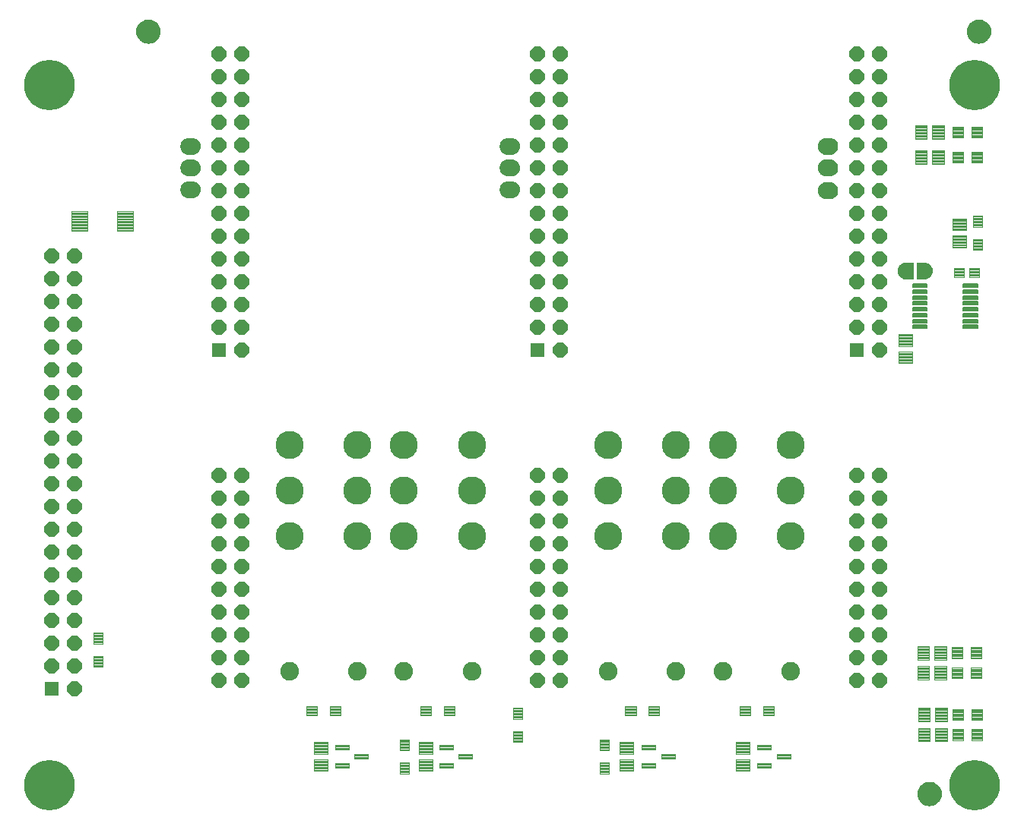
<source format=gts>
G75*
%MOIN*%
%OFA0B0*%
%FSLAX25Y25*%
%IPPOS*%
%LPD*%
%AMOC8*
5,1,8,0,0,1.08239X$1,22.5*
%
%ADD10C,0.12311*%
%ADD11C,0.08177*%
%ADD12C,0.00444*%
%ADD13C,0.00486*%
%ADD14C,0.00449*%
%ADD15C,0.00418*%
%ADD16OC8,0.06406*%
%ADD17R,0.06406X0.06406*%
%ADD18C,0.00100*%
%ADD19C,0.00545*%
%ADD20C,0.00455*%
%ADD21C,0.00500*%
%ADD22C,0.22154*%
D10*
X0210312Y0145902D03*
X0210312Y0165744D03*
X0210312Y0185587D03*
X0240075Y0185587D03*
X0260509Y0185587D03*
X0260509Y0165744D03*
X0260509Y0145902D03*
X0240075Y0145902D03*
X0240075Y0165744D03*
X0290272Y0165744D03*
X0290272Y0145902D03*
X0290272Y0185587D03*
X0350075Y0185587D03*
X0350075Y0165744D03*
X0350075Y0145902D03*
X0379839Y0145902D03*
X0379839Y0165744D03*
X0400272Y0165744D03*
X0400272Y0145902D03*
X0430036Y0145902D03*
X0430036Y0165744D03*
X0430036Y0185587D03*
X0400272Y0185587D03*
X0379839Y0185587D03*
D11*
X0379839Y0086374D03*
X0400272Y0086374D03*
X0430036Y0086374D03*
X0350075Y0086374D03*
X0290272Y0086374D03*
X0260509Y0086374D03*
X0240075Y0086374D03*
X0210312Y0086374D03*
D12*
X0217697Y0067032D02*
X0222477Y0067032D01*
X0217697Y0067032D02*
X0217697Y0071024D01*
X0222477Y0071024D01*
X0222477Y0067032D01*
X0222477Y0067475D02*
X0217697Y0067475D01*
X0217697Y0067918D02*
X0222477Y0067918D01*
X0222477Y0068361D02*
X0217697Y0068361D01*
X0217697Y0068804D02*
X0222477Y0068804D01*
X0222477Y0069247D02*
X0217697Y0069247D01*
X0217697Y0069690D02*
X0222477Y0069690D01*
X0222477Y0070133D02*
X0217697Y0070133D01*
X0217697Y0070576D02*
X0222477Y0070576D01*
X0222477Y0071019D02*
X0217697Y0071019D01*
X0227933Y0067032D02*
X0232713Y0067032D01*
X0227933Y0067032D02*
X0227933Y0071024D01*
X0232713Y0071024D01*
X0232713Y0067032D01*
X0232713Y0067475D02*
X0227933Y0067475D01*
X0227933Y0067918D02*
X0232713Y0067918D01*
X0232713Y0068361D02*
X0227933Y0068361D01*
X0227933Y0068804D02*
X0232713Y0068804D01*
X0232713Y0069247D02*
X0227933Y0069247D01*
X0227933Y0069690D02*
X0232713Y0069690D01*
X0232713Y0070133D02*
X0227933Y0070133D01*
X0227933Y0070576D02*
X0232713Y0070576D01*
X0232713Y0071019D02*
X0227933Y0071019D01*
X0262701Y0056536D02*
X0262701Y0051756D01*
X0258709Y0051756D01*
X0258709Y0056536D01*
X0262701Y0056536D01*
X0262701Y0052199D02*
X0258709Y0052199D01*
X0258709Y0052642D02*
X0262701Y0052642D01*
X0262701Y0053085D02*
X0258709Y0053085D01*
X0258709Y0053528D02*
X0262701Y0053528D01*
X0262701Y0053971D02*
X0258709Y0053971D01*
X0258709Y0054414D02*
X0262701Y0054414D01*
X0262701Y0054857D02*
X0258709Y0054857D01*
X0258709Y0055300D02*
X0262701Y0055300D01*
X0262701Y0055743D02*
X0258709Y0055743D01*
X0258709Y0056186D02*
X0262701Y0056186D01*
X0262701Y0046299D02*
X0262701Y0041519D01*
X0258709Y0041519D01*
X0258709Y0046299D01*
X0262701Y0046299D01*
X0262701Y0041962D02*
X0258709Y0041962D01*
X0258709Y0042405D02*
X0262701Y0042405D01*
X0262701Y0042848D02*
X0258709Y0042848D01*
X0258709Y0043291D02*
X0262701Y0043291D01*
X0262701Y0043734D02*
X0258709Y0043734D01*
X0258709Y0044177D02*
X0262701Y0044177D01*
X0262701Y0044620D02*
X0258709Y0044620D01*
X0258709Y0045063D02*
X0262701Y0045063D01*
X0262701Y0045506D02*
X0258709Y0045506D01*
X0258709Y0045949D02*
X0262701Y0045949D01*
X0267697Y0067032D02*
X0272477Y0067032D01*
X0267697Y0067032D02*
X0267697Y0071024D01*
X0272477Y0071024D01*
X0272477Y0067032D01*
X0272477Y0067475D02*
X0267697Y0067475D01*
X0267697Y0067918D02*
X0272477Y0067918D01*
X0272477Y0068361D02*
X0267697Y0068361D01*
X0267697Y0068804D02*
X0272477Y0068804D01*
X0272477Y0069247D02*
X0267697Y0069247D01*
X0267697Y0069690D02*
X0272477Y0069690D01*
X0272477Y0070133D02*
X0267697Y0070133D01*
X0267697Y0070576D02*
X0272477Y0070576D01*
X0272477Y0071019D02*
X0267697Y0071019D01*
X0277933Y0067032D02*
X0282713Y0067032D01*
X0277933Y0067032D02*
X0277933Y0071024D01*
X0282713Y0071024D01*
X0282713Y0067032D01*
X0282713Y0067475D02*
X0277933Y0067475D01*
X0277933Y0067918D02*
X0282713Y0067918D01*
X0282713Y0068361D02*
X0277933Y0068361D01*
X0277933Y0068804D02*
X0282713Y0068804D01*
X0282713Y0069247D02*
X0277933Y0069247D01*
X0277933Y0069690D02*
X0282713Y0069690D01*
X0282713Y0070133D02*
X0277933Y0070133D01*
X0277933Y0070576D02*
X0282713Y0070576D01*
X0282713Y0071019D02*
X0277933Y0071019D01*
X0312201Y0070286D02*
X0312201Y0065506D01*
X0308209Y0065506D01*
X0308209Y0070286D01*
X0312201Y0070286D01*
X0312201Y0065949D02*
X0308209Y0065949D01*
X0308209Y0066392D02*
X0312201Y0066392D01*
X0312201Y0066835D02*
X0308209Y0066835D01*
X0308209Y0067278D02*
X0312201Y0067278D01*
X0312201Y0067721D02*
X0308209Y0067721D01*
X0308209Y0068164D02*
X0312201Y0068164D01*
X0312201Y0068607D02*
X0308209Y0068607D01*
X0308209Y0069050D02*
X0312201Y0069050D01*
X0312201Y0069493D02*
X0308209Y0069493D01*
X0308209Y0069936D02*
X0312201Y0069936D01*
X0312201Y0060049D02*
X0312201Y0055269D01*
X0308209Y0055269D01*
X0308209Y0060049D01*
X0312201Y0060049D01*
X0312201Y0055712D02*
X0308209Y0055712D01*
X0308209Y0056155D02*
X0312201Y0056155D01*
X0312201Y0056598D02*
X0308209Y0056598D01*
X0308209Y0057041D02*
X0312201Y0057041D01*
X0312201Y0057484D02*
X0308209Y0057484D01*
X0308209Y0057927D02*
X0312201Y0057927D01*
X0312201Y0058370D02*
X0308209Y0058370D01*
X0308209Y0058813D02*
X0312201Y0058813D01*
X0312201Y0059256D02*
X0308209Y0059256D01*
X0308209Y0059699D02*
X0312201Y0059699D01*
X0346459Y0056536D02*
X0346459Y0051756D01*
X0346459Y0056536D02*
X0350451Y0056536D01*
X0350451Y0051756D01*
X0346459Y0051756D01*
X0346459Y0052199D02*
X0350451Y0052199D01*
X0350451Y0052642D02*
X0346459Y0052642D01*
X0346459Y0053085D02*
X0350451Y0053085D01*
X0350451Y0053528D02*
X0346459Y0053528D01*
X0346459Y0053971D02*
X0350451Y0053971D01*
X0350451Y0054414D02*
X0346459Y0054414D01*
X0346459Y0054857D02*
X0350451Y0054857D01*
X0350451Y0055300D02*
X0346459Y0055300D01*
X0346459Y0055743D02*
X0350451Y0055743D01*
X0350451Y0056186D02*
X0346459Y0056186D01*
X0346459Y0046299D02*
X0346459Y0041519D01*
X0346459Y0046299D02*
X0350451Y0046299D01*
X0350451Y0041519D01*
X0346459Y0041519D01*
X0346459Y0041962D02*
X0350451Y0041962D01*
X0350451Y0042405D02*
X0346459Y0042405D01*
X0346459Y0042848D02*
X0350451Y0042848D01*
X0350451Y0043291D02*
X0346459Y0043291D01*
X0346459Y0043734D02*
X0350451Y0043734D01*
X0350451Y0044177D02*
X0346459Y0044177D01*
X0346459Y0044620D02*
X0350451Y0044620D01*
X0350451Y0045063D02*
X0346459Y0045063D01*
X0346459Y0045506D02*
X0350451Y0045506D01*
X0350451Y0045949D02*
X0346459Y0045949D01*
X0357447Y0067032D02*
X0362227Y0067032D01*
X0357447Y0067032D02*
X0357447Y0071024D01*
X0362227Y0071024D01*
X0362227Y0067032D01*
X0362227Y0067475D02*
X0357447Y0067475D01*
X0357447Y0067918D02*
X0362227Y0067918D01*
X0362227Y0068361D02*
X0357447Y0068361D01*
X0357447Y0068804D02*
X0362227Y0068804D01*
X0362227Y0069247D02*
X0357447Y0069247D01*
X0357447Y0069690D02*
X0362227Y0069690D01*
X0362227Y0070133D02*
X0357447Y0070133D01*
X0357447Y0070576D02*
X0362227Y0070576D01*
X0362227Y0071019D02*
X0357447Y0071019D01*
X0367683Y0067032D02*
X0372463Y0067032D01*
X0367683Y0067032D02*
X0367683Y0071024D01*
X0372463Y0071024D01*
X0372463Y0067032D01*
X0372463Y0067475D02*
X0367683Y0067475D01*
X0367683Y0067918D02*
X0372463Y0067918D01*
X0372463Y0068361D02*
X0367683Y0068361D01*
X0367683Y0068804D02*
X0372463Y0068804D01*
X0372463Y0069247D02*
X0367683Y0069247D01*
X0367683Y0069690D02*
X0372463Y0069690D01*
X0372463Y0070133D02*
X0367683Y0070133D01*
X0367683Y0070576D02*
X0372463Y0070576D01*
X0372463Y0071019D02*
X0367683Y0071019D01*
X0407697Y0067032D02*
X0412477Y0067032D01*
X0407697Y0067032D02*
X0407697Y0071024D01*
X0412477Y0071024D01*
X0412477Y0067032D01*
X0412477Y0067475D02*
X0407697Y0067475D01*
X0407697Y0067918D02*
X0412477Y0067918D01*
X0412477Y0068361D02*
X0407697Y0068361D01*
X0407697Y0068804D02*
X0412477Y0068804D01*
X0412477Y0069247D02*
X0407697Y0069247D01*
X0407697Y0069690D02*
X0412477Y0069690D01*
X0412477Y0070133D02*
X0407697Y0070133D01*
X0407697Y0070576D02*
X0412477Y0070576D01*
X0412477Y0071019D02*
X0407697Y0071019D01*
X0417933Y0067032D02*
X0422713Y0067032D01*
X0417933Y0067032D02*
X0417933Y0071024D01*
X0422713Y0071024D01*
X0422713Y0067032D01*
X0422713Y0067475D02*
X0417933Y0067475D01*
X0417933Y0067918D02*
X0422713Y0067918D01*
X0422713Y0068361D02*
X0417933Y0068361D01*
X0417933Y0068804D02*
X0422713Y0068804D01*
X0422713Y0069247D02*
X0417933Y0069247D01*
X0417933Y0069690D02*
X0422713Y0069690D01*
X0422713Y0070133D02*
X0417933Y0070133D01*
X0417933Y0070576D02*
X0422713Y0070576D01*
X0422713Y0071019D02*
X0417933Y0071019D01*
X0501666Y0263524D02*
X0506052Y0263524D01*
X0506052Y0259532D01*
X0501666Y0259532D01*
X0501666Y0263524D01*
X0501666Y0259975D02*
X0506052Y0259975D01*
X0506052Y0260418D02*
X0501666Y0260418D01*
X0501666Y0260861D02*
X0506052Y0260861D01*
X0506052Y0261304D02*
X0501666Y0261304D01*
X0501666Y0261747D02*
X0506052Y0261747D01*
X0506052Y0262190D02*
X0501666Y0262190D01*
X0501666Y0262633D02*
X0506052Y0262633D01*
X0506052Y0263076D02*
X0501666Y0263076D01*
X0501666Y0263519D02*
X0506052Y0263519D01*
X0508359Y0263524D02*
X0512745Y0263524D01*
X0512745Y0259532D01*
X0508359Y0259532D01*
X0508359Y0263524D01*
X0508359Y0259975D02*
X0512745Y0259975D01*
X0512745Y0260418D02*
X0508359Y0260418D01*
X0508359Y0260861D02*
X0512745Y0260861D01*
X0512745Y0261304D02*
X0508359Y0261304D01*
X0508359Y0261747D02*
X0512745Y0261747D01*
X0512745Y0262190D02*
X0508359Y0262190D01*
X0508359Y0262633D02*
X0512745Y0262633D01*
X0512745Y0263076D02*
X0508359Y0263076D01*
X0508359Y0263519D02*
X0512745Y0263519D01*
X0513951Y0271269D02*
X0513951Y0276049D01*
X0513951Y0271269D02*
X0509959Y0271269D01*
X0509959Y0276049D01*
X0513951Y0276049D01*
X0513951Y0271712D02*
X0509959Y0271712D01*
X0509959Y0272155D02*
X0513951Y0272155D01*
X0513951Y0272598D02*
X0509959Y0272598D01*
X0509959Y0273041D02*
X0513951Y0273041D01*
X0513951Y0273484D02*
X0509959Y0273484D01*
X0509959Y0273927D02*
X0513951Y0273927D01*
X0513951Y0274370D02*
X0509959Y0274370D01*
X0509959Y0274813D02*
X0513951Y0274813D01*
X0513951Y0275256D02*
X0509959Y0275256D01*
X0509959Y0275699D02*
X0513951Y0275699D01*
X0513951Y0281506D02*
X0513951Y0286286D01*
X0513951Y0281506D02*
X0509959Y0281506D01*
X0509959Y0286286D01*
X0513951Y0286286D01*
X0513951Y0281949D02*
X0509959Y0281949D01*
X0509959Y0282392D02*
X0513951Y0282392D01*
X0513951Y0282835D02*
X0509959Y0282835D01*
X0509959Y0283278D02*
X0513951Y0283278D01*
X0513951Y0283721D02*
X0509959Y0283721D01*
X0509959Y0284164D02*
X0513951Y0284164D01*
X0513951Y0284607D02*
X0509959Y0284607D01*
X0509959Y0285050D02*
X0513951Y0285050D01*
X0513951Y0285493D02*
X0509959Y0285493D01*
X0509959Y0285936D02*
X0513951Y0285936D01*
X0124459Y0103286D02*
X0124459Y0098506D01*
X0124459Y0103286D02*
X0128451Y0103286D01*
X0128451Y0098506D01*
X0124459Y0098506D01*
X0124459Y0098949D02*
X0128451Y0098949D01*
X0128451Y0099392D02*
X0124459Y0099392D01*
X0124459Y0099835D02*
X0128451Y0099835D01*
X0128451Y0100278D02*
X0124459Y0100278D01*
X0124459Y0100721D02*
X0128451Y0100721D01*
X0128451Y0101164D02*
X0124459Y0101164D01*
X0124459Y0101607D02*
X0128451Y0101607D01*
X0128451Y0102050D02*
X0124459Y0102050D01*
X0124459Y0102493D02*
X0128451Y0102493D01*
X0128451Y0102936D02*
X0124459Y0102936D01*
X0124459Y0093049D02*
X0124459Y0088269D01*
X0124459Y0093049D02*
X0128451Y0093049D01*
X0128451Y0088269D01*
X0124459Y0088269D01*
X0124459Y0088712D02*
X0128451Y0088712D01*
X0128451Y0089155D02*
X0124459Y0089155D01*
X0124459Y0089598D02*
X0128451Y0089598D01*
X0128451Y0090041D02*
X0124459Y0090041D01*
X0124459Y0090484D02*
X0128451Y0090484D01*
X0128451Y0090927D02*
X0124459Y0090927D01*
X0124459Y0091370D02*
X0128451Y0091370D01*
X0128451Y0091813D02*
X0124459Y0091813D01*
X0124459Y0092256D02*
X0128451Y0092256D01*
X0128451Y0092699D02*
X0124459Y0092699D01*
D13*
X0230198Y0051921D02*
X0236212Y0051921D01*
X0230198Y0051921D02*
X0230198Y0054135D01*
X0236212Y0054135D01*
X0236212Y0051921D01*
X0236212Y0052406D02*
X0230198Y0052406D01*
X0230198Y0052891D02*
X0236212Y0052891D01*
X0236212Y0053376D02*
X0230198Y0053376D01*
X0230198Y0053861D02*
X0236212Y0053861D01*
X0238698Y0047921D02*
X0244712Y0047921D01*
X0238698Y0047921D02*
X0238698Y0050135D01*
X0244712Y0050135D01*
X0244712Y0047921D01*
X0244712Y0048406D02*
X0238698Y0048406D01*
X0238698Y0048891D02*
X0244712Y0048891D01*
X0244712Y0049376D02*
X0238698Y0049376D01*
X0238698Y0049861D02*
X0244712Y0049861D01*
X0236212Y0043921D02*
X0230198Y0043921D01*
X0230198Y0046135D01*
X0236212Y0046135D01*
X0236212Y0043921D01*
X0236212Y0044406D02*
X0230198Y0044406D01*
X0230198Y0044891D02*
X0236212Y0044891D01*
X0236212Y0045376D02*
X0230198Y0045376D01*
X0230198Y0045861D02*
X0236212Y0045861D01*
X0275898Y0043921D02*
X0281912Y0043921D01*
X0275898Y0043921D02*
X0275898Y0046135D01*
X0281912Y0046135D01*
X0281912Y0043921D01*
X0281912Y0044406D02*
X0275898Y0044406D01*
X0275898Y0044891D02*
X0281912Y0044891D01*
X0281912Y0045376D02*
X0275898Y0045376D01*
X0275898Y0045861D02*
X0281912Y0045861D01*
X0284398Y0047921D02*
X0290412Y0047921D01*
X0284398Y0047921D02*
X0284398Y0050135D01*
X0290412Y0050135D01*
X0290412Y0047921D01*
X0290412Y0048406D02*
X0284398Y0048406D01*
X0284398Y0048891D02*
X0290412Y0048891D01*
X0290412Y0049376D02*
X0284398Y0049376D01*
X0284398Y0049861D02*
X0290412Y0049861D01*
X0281912Y0051921D02*
X0275898Y0051921D01*
X0275898Y0054135D01*
X0281912Y0054135D01*
X0281912Y0051921D01*
X0281912Y0052406D02*
X0275898Y0052406D01*
X0275898Y0052891D02*
X0281912Y0052891D01*
X0281912Y0053376D02*
X0275898Y0053376D01*
X0275898Y0053861D02*
X0281912Y0053861D01*
X0364698Y0051921D02*
X0370712Y0051921D01*
X0364698Y0051921D02*
X0364698Y0054135D01*
X0370712Y0054135D01*
X0370712Y0051921D01*
X0370712Y0052406D02*
X0364698Y0052406D01*
X0364698Y0052891D02*
X0370712Y0052891D01*
X0370712Y0053376D02*
X0364698Y0053376D01*
X0364698Y0053861D02*
X0370712Y0053861D01*
X0373198Y0047921D02*
X0379212Y0047921D01*
X0373198Y0047921D02*
X0373198Y0050135D01*
X0379212Y0050135D01*
X0379212Y0047921D01*
X0379212Y0048406D02*
X0373198Y0048406D01*
X0373198Y0048891D02*
X0379212Y0048891D01*
X0379212Y0049376D02*
X0373198Y0049376D01*
X0373198Y0049861D02*
X0379212Y0049861D01*
X0370712Y0043921D02*
X0364698Y0043921D01*
X0364698Y0046135D01*
X0370712Y0046135D01*
X0370712Y0043921D01*
X0370712Y0044406D02*
X0364698Y0044406D01*
X0364698Y0044891D02*
X0370712Y0044891D01*
X0370712Y0045376D02*
X0364698Y0045376D01*
X0364698Y0045861D02*
X0370712Y0045861D01*
X0415448Y0043921D02*
X0421462Y0043921D01*
X0415448Y0043921D02*
X0415448Y0046135D01*
X0421462Y0046135D01*
X0421462Y0043921D01*
X0421462Y0044406D02*
X0415448Y0044406D01*
X0415448Y0044891D02*
X0421462Y0044891D01*
X0421462Y0045376D02*
X0415448Y0045376D01*
X0415448Y0045861D02*
X0421462Y0045861D01*
X0423948Y0047921D02*
X0429962Y0047921D01*
X0423948Y0047921D02*
X0423948Y0050135D01*
X0429962Y0050135D01*
X0429962Y0047921D01*
X0429962Y0048406D02*
X0423948Y0048406D01*
X0423948Y0048891D02*
X0429962Y0048891D01*
X0429962Y0049376D02*
X0423948Y0049376D01*
X0423948Y0049861D02*
X0429962Y0049861D01*
X0421462Y0051921D02*
X0415448Y0051921D01*
X0415448Y0054135D01*
X0421462Y0054135D01*
X0421462Y0051921D01*
X0421462Y0052406D02*
X0415448Y0052406D01*
X0415448Y0052891D02*
X0421462Y0052891D01*
X0421462Y0053376D02*
X0415448Y0053376D01*
X0415448Y0053861D02*
X0421462Y0053861D01*
D14*
X0411934Y0055353D02*
X0411934Y0050183D01*
X0405976Y0050183D01*
X0405976Y0055353D01*
X0411934Y0055353D01*
X0411934Y0050631D02*
X0405976Y0050631D01*
X0405976Y0051079D02*
X0411934Y0051079D01*
X0411934Y0051527D02*
X0405976Y0051527D01*
X0405976Y0051975D02*
X0411934Y0051975D01*
X0411934Y0052423D02*
X0405976Y0052423D01*
X0405976Y0052871D02*
X0411934Y0052871D01*
X0411934Y0053319D02*
X0405976Y0053319D01*
X0405976Y0053767D02*
X0411934Y0053767D01*
X0411934Y0054215D02*
X0405976Y0054215D01*
X0405976Y0054663D02*
X0411934Y0054663D01*
X0411934Y0055111D02*
X0405976Y0055111D01*
X0411934Y0047872D02*
X0411934Y0042702D01*
X0405976Y0042702D01*
X0405976Y0047872D01*
X0411934Y0047872D01*
X0411934Y0043150D02*
X0405976Y0043150D01*
X0405976Y0043598D02*
X0411934Y0043598D01*
X0411934Y0044046D02*
X0405976Y0044046D01*
X0405976Y0044494D02*
X0411934Y0044494D01*
X0411934Y0044942D02*
X0405976Y0044942D01*
X0405976Y0045390D02*
X0411934Y0045390D01*
X0411934Y0045838D02*
X0405976Y0045838D01*
X0405976Y0046286D02*
X0411934Y0046286D01*
X0411934Y0046734D02*
X0405976Y0046734D01*
X0405976Y0047182D02*
X0411934Y0047182D01*
X0411934Y0047630D02*
X0405976Y0047630D01*
X0360934Y0047872D02*
X0360934Y0042702D01*
X0354976Y0042702D01*
X0354976Y0047872D01*
X0360934Y0047872D01*
X0360934Y0043150D02*
X0354976Y0043150D01*
X0354976Y0043598D02*
X0360934Y0043598D01*
X0360934Y0044046D02*
X0354976Y0044046D01*
X0354976Y0044494D02*
X0360934Y0044494D01*
X0360934Y0044942D02*
X0354976Y0044942D01*
X0354976Y0045390D02*
X0360934Y0045390D01*
X0360934Y0045838D02*
X0354976Y0045838D01*
X0354976Y0046286D02*
X0360934Y0046286D01*
X0360934Y0046734D02*
X0354976Y0046734D01*
X0354976Y0047182D02*
X0360934Y0047182D01*
X0360934Y0047630D02*
X0354976Y0047630D01*
X0360934Y0050183D02*
X0360934Y0055353D01*
X0360934Y0050183D02*
X0354976Y0050183D01*
X0354976Y0055353D01*
X0360934Y0055353D01*
X0360934Y0050631D02*
X0354976Y0050631D01*
X0354976Y0051079D02*
X0360934Y0051079D01*
X0360934Y0051527D02*
X0354976Y0051527D01*
X0354976Y0051975D02*
X0360934Y0051975D01*
X0360934Y0052423D02*
X0354976Y0052423D01*
X0354976Y0052871D02*
X0360934Y0052871D01*
X0360934Y0053319D02*
X0354976Y0053319D01*
X0354976Y0053767D02*
X0360934Y0053767D01*
X0360934Y0054215D02*
X0354976Y0054215D01*
X0354976Y0054663D02*
X0360934Y0054663D01*
X0360934Y0055111D02*
X0354976Y0055111D01*
X0272934Y0055353D02*
X0272934Y0050183D01*
X0266976Y0050183D01*
X0266976Y0055353D01*
X0272934Y0055353D01*
X0272934Y0050631D02*
X0266976Y0050631D01*
X0266976Y0051079D02*
X0272934Y0051079D01*
X0272934Y0051527D02*
X0266976Y0051527D01*
X0266976Y0051975D02*
X0272934Y0051975D01*
X0272934Y0052423D02*
X0266976Y0052423D01*
X0266976Y0052871D02*
X0272934Y0052871D01*
X0272934Y0053319D02*
X0266976Y0053319D01*
X0266976Y0053767D02*
X0272934Y0053767D01*
X0272934Y0054215D02*
X0266976Y0054215D01*
X0266976Y0054663D02*
X0272934Y0054663D01*
X0272934Y0055111D02*
X0266976Y0055111D01*
X0272934Y0047872D02*
X0272934Y0042702D01*
X0266976Y0042702D01*
X0266976Y0047872D01*
X0272934Y0047872D01*
X0272934Y0043150D02*
X0266976Y0043150D01*
X0266976Y0043598D02*
X0272934Y0043598D01*
X0272934Y0044046D02*
X0266976Y0044046D01*
X0266976Y0044494D02*
X0272934Y0044494D01*
X0272934Y0044942D02*
X0266976Y0044942D01*
X0266976Y0045390D02*
X0272934Y0045390D01*
X0272934Y0045838D02*
X0266976Y0045838D01*
X0266976Y0046286D02*
X0272934Y0046286D01*
X0272934Y0046734D02*
X0266976Y0046734D01*
X0266976Y0047182D02*
X0272934Y0047182D01*
X0272934Y0047630D02*
X0266976Y0047630D01*
X0226934Y0047872D02*
X0226934Y0042702D01*
X0220976Y0042702D01*
X0220976Y0047872D01*
X0226934Y0047872D01*
X0226934Y0043150D02*
X0220976Y0043150D01*
X0220976Y0043598D02*
X0226934Y0043598D01*
X0226934Y0044046D02*
X0220976Y0044046D01*
X0220976Y0044494D02*
X0226934Y0044494D01*
X0226934Y0044942D02*
X0220976Y0044942D01*
X0220976Y0045390D02*
X0226934Y0045390D01*
X0226934Y0045838D02*
X0220976Y0045838D01*
X0220976Y0046286D02*
X0226934Y0046286D01*
X0226934Y0046734D02*
X0220976Y0046734D01*
X0220976Y0047182D02*
X0226934Y0047182D01*
X0226934Y0047630D02*
X0220976Y0047630D01*
X0226934Y0050183D02*
X0226934Y0055353D01*
X0226934Y0050183D02*
X0220976Y0050183D01*
X0220976Y0055353D01*
X0226934Y0055353D01*
X0226934Y0050631D02*
X0220976Y0050631D01*
X0220976Y0051079D02*
X0226934Y0051079D01*
X0226934Y0051527D02*
X0220976Y0051527D01*
X0220976Y0051975D02*
X0226934Y0051975D01*
X0226934Y0052423D02*
X0220976Y0052423D01*
X0220976Y0052871D02*
X0226934Y0052871D01*
X0226934Y0053319D02*
X0220976Y0053319D01*
X0220976Y0053767D02*
X0226934Y0053767D01*
X0226934Y0054215D02*
X0220976Y0054215D01*
X0220976Y0054663D02*
X0226934Y0054663D01*
X0226934Y0055111D02*
X0220976Y0055111D01*
X0477226Y0221702D02*
X0477226Y0226872D01*
X0483184Y0226872D01*
X0483184Y0221702D01*
X0477226Y0221702D01*
X0477226Y0222150D02*
X0483184Y0222150D01*
X0483184Y0222598D02*
X0477226Y0222598D01*
X0477226Y0223046D02*
X0483184Y0223046D01*
X0483184Y0223494D02*
X0477226Y0223494D01*
X0477226Y0223942D02*
X0483184Y0223942D01*
X0483184Y0224390D02*
X0477226Y0224390D01*
X0477226Y0224838D02*
X0483184Y0224838D01*
X0483184Y0225286D02*
X0477226Y0225286D01*
X0477226Y0225734D02*
X0483184Y0225734D01*
X0483184Y0226182D02*
X0477226Y0226182D01*
X0477226Y0226630D02*
X0483184Y0226630D01*
X0477226Y0229183D02*
X0477226Y0234353D01*
X0483184Y0234353D01*
X0483184Y0229183D01*
X0477226Y0229183D01*
X0477226Y0229631D02*
X0483184Y0229631D01*
X0483184Y0230079D02*
X0477226Y0230079D01*
X0477226Y0230527D02*
X0483184Y0230527D01*
X0483184Y0230975D02*
X0477226Y0230975D01*
X0477226Y0231423D02*
X0483184Y0231423D01*
X0483184Y0231871D02*
X0477226Y0231871D01*
X0477226Y0232319D02*
X0483184Y0232319D01*
X0483184Y0232767D02*
X0477226Y0232767D01*
X0477226Y0233215D02*
X0483184Y0233215D01*
X0483184Y0233663D02*
X0477226Y0233663D01*
X0477226Y0234111D02*
X0483184Y0234111D01*
X0506934Y0272452D02*
X0506934Y0277622D01*
X0506934Y0272452D02*
X0500976Y0272452D01*
X0500976Y0277622D01*
X0506934Y0277622D01*
X0506934Y0272900D02*
X0500976Y0272900D01*
X0500976Y0273348D02*
X0506934Y0273348D01*
X0506934Y0273796D02*
X0500976Y0273796D01*
X0500976Y0274244D02*
X0506934Y0274244D01*
X0506934Y0274692D02*
X0500976Y0274692D01*
X0500976Y0275140D02*
X0506934Y0275140D01*
X0506934Y0275588D02*
X0500976Y0275588D01*
X0500976Y0276036D02*
X0506934Y0276036D01*
X0506934Y0276484D02*
X0500976Y0276484D01*
X0500976Y0276932D02*
X0506934Y0276932D01*
X0506934Y0277380D02*
X0500976Y0277380D01*
X0506934Y0279933D02*
X0506934Y0285103D01*
X0506934Y0279933D02*
X0500976Y0279933D01*
X0500976Y0285103D01*
X0506934Y0285103D01*
X0506934Y0280381D02*
X0500976Y0280381D01*
X0500976Y0280829D02*
X0506934Y0280829D01*
X0506934Y0281277D02*
X0500976Y0281277D01*
X0500976Y0281725D02*
X0506934Y0281725D01*
X0506934Y0282173D02*
X0500976Y0282173D01*
X0500976Y0282621D02*
X0506934Y0282621D01*
X0506934Y0283069D02*
X0500976Y0283069D01*
X0500976Y0283517D02*
X0506934Y0283517D01*
X0506934Y0283965D02*
X0500976Y0283965D01*
X0500976Y0284413D02*
X0506934Y0284413D01*
X0506934Y0284861D02*
X0500976Y0284861D01*
X0497281Y0309049D02*
X0492111Y0309049D01*
X0492111Y0315007D01*
X0497281Y0315007D01*
X0497281Y0309049D01*
X0497281Y0309497D02*
X0492111Y0309497D01*
X0492111Y0309945D02*
X0497281Y0309945D01*
X0497281Y0310393D02*
X0492111Y0310393D01*
X0492111Y0310841D02*
X0497281Y0310841D01*
X0497281Y0311289D02*
X0492111Y0311289D01*
X0492111Y0311737D02*
X0497281Y0311737D01*
X0497281Y0312185D02*
X0492111Y0312185D01*
X0492111Y0312633D02*
X0497281Y0312633D01*
X0497281Y0313081D02*
X0492111Y0313081D01*
X0492111Y0313529D02*
X0497281Y0313529D01*
X0497281Y0313977D02*
X0492111Y0313977D01*
X0492111Y0314425D02*
X0497281Y0314425D01*
X0497281Y0314873D02*
X0492111Y0314873D01*
X0489800Y0309049D02*
X0484630Y0309049D01*
X0484630Y0315007D01*
X0489800Y0315007D01*
X0489800Y0309049D01*
X0489800Y0309497D02*
X0484630Y0309497D01*
X0484630Y0309945D02*
X0489800Y0309945D01*
X0489800Y0310393D02*
X0484630Y0310393D01*
X0484630Y0310841D02*
X0489800Y0310841D01*
X0489800Y0311289D02*
X0484630Y0311289D01*
X0484630Y0311737D02*
X0489800Y0311737D01*
X0489800Y0312185D02*
X0484630Y0312185D01*
X0484630Y0312633D02*
X0489800Y0312633D01*
X0489800Y0313081D02*
X0484630Y0313081D01*
X0484630Y0313529D02*
X0489800Y0313529D01*
X0489800Y0313977D02*
X0484630Y0313977D01*
X0484630Y0314425D02*
X0489800Y0314425D01*
X0489800Y0314873D02*
X0484630Y0314873D01*
X0484630Y0320049D02*
X0489800Y0320049D01*
X0484630Y0320049D02*
X0484630Y0326007D01*
X0489800Y0326007D01*
X0489800Y0320049D01*
X0489800Y0320497D02*
X0484630Y0320497D01*
X0484630Y0320945D02*
X0489800Y0320945D01*
X0489800Y0321393D02*
X0484630Y0321393D01*
X0484630Y0321841D02*
X0489800Y0321841D01*
X0489800Y0322289D02*
X0484630Y0322289D01*
X0484630Y0322737D02*
X0489800Y0322737D01*
X0489800Y0323185D02*
X0484630Y0323185D01*
X0484630Y0323633D02*
X0489800Y0323633D01*
X0489800Y0324081D02*
X0484630Y0324081D01*
X0484630Y0324529D02*
X0489800Y0324529D01*
X0489800Y0324977D02*
X0484630Y0324977D01*
X0484630Y0325425D02*
X0489800Y0325425D01*
X0489800Y0325873D02*
X0484630Y0325873D01*
X0492111Y0320049D02*
X0497281Y0320049D01*
X0492111Y0320049D02*
X0492111Y0326007D01*
X0497281Y0326007D01*
X0497281Y0320049D01*
X0497281Y0320497D02*
X0492111Y0320497D01*
X0492111Y0320945D02*
X0497281Y0320945D01*
X0497281Y0321393D02*
X0492111Y0321393D01*
X0492111Y0321841D02*
X0497281Y0321841D01*
X0497281Y0322289D02*
X0492111Y0322289D01*
X0492111Y0322737D02*
X0497281Y0322737D01*
X0497281Y0323185D02*
X0492111Y0323185D01*
X0492111Y0323633D02*
X0497281Y0323633D01*
X0497281Y0324081D02*
X0492111Y0324081D01*
X0492111Y0324529D02*
X0497281Y0324529D01*
X0497281Y0324977D02*
X0492111Y0324977D01*
X0492111Y0325425D02*
X0497281Y0325425D01*
X0497281Y0325873D02*
X0492111Y0325873D01*
X0493111Y0097507D02*
X0498281Y0097507D01*
X0498281Y0091549D01*
X0493111Y0091549D01*
X0493111Y0097507D01*
X0493111Y0091997D02*
X0498281Y0091997D01*
X0498281Y0092445D02*
X0493111Y0092445D01*
X0493111Y0092893D02*
X0498281Y0092893D01*
X0498281Y0093341D02*
X0493111Y0093341D01*
X0493111Y0093789D02*
X0498281Y0093789D01*
X0498281Y0094237D02*
X0493111Y0094237D01*
X0493111Y0094685D02*
X0498281Y0094685D01*
X0498281Y0095133D02*
X0493111Y0095133D01*
X0493111Y0095581D02*
X0498281Y0095581D01*
X0498281Y0096029D02*
X0493111Y0096029D01*
X0493111Y0096477D02*
X0498281Y0096477D01*
X0498281Y0096925D02*
X0493111Y0096925D01*
X0493111Y0097373D02*
X0498281Y0097373D01*
X0490800Y0097507D02*
X0485630Y0097507D01*
X0490800Y0097507D02*
X0490800Y0091549D01*
X0485630Y0091549D01*
X0485630Y0097507D01*
X0485630Y0091997D02*
X0490800Y0091997D01*
X0490800Y0092445D02*
X0485630Y0092445D01*
X0485630Y0092893D02*
X0490800Y0092893D01*
X0490800Y0093341D02*
X0485630Y0093341D01*
X0485630Y0093789D02*
X0490800Y0093789D01*
X0490800Y0094237D02*
X0485630Y0094237D01*
X0485630Y0094685D02*
X0490800Y0094685D01*
X0490800Y0095133D02*
X0485630Y0095133D01*
X0485630Y0095581D02*
X0490800Y0095581D01*
X0490800Y0096029D02*
X0485630Y0096029D01*
X0485630Y0096477D02*
X0490800Y0096477D01*
X0490800Y0096925D02*
X0485630Y0096925D01*
X0485630Y0097373D02*
X0490800Y0097373D01*
X0490800Y0088757D02*
X0485630Y0088757D01*
X0490800Y0088757D02*
X0490800Y0082799D01*
X0485630Y0082799D01*
X0485630Y0088757D01*
X0485630Y0083247D02*
X0490800Y0083247D01*
X0490800Y0083695D02*
X0485630Y0083695D01*
X0485630Y0084143D02*
X0490800Y0084143D01*
X0490800Y0084591D02*
X0485630Y0084591D01*
X0485630Y0085039D02*
X0490800Y0085039D01*
X0490800Y0085487D02*
X0485630Y0085487D01*
X0485630Y0085935D02*
X0490800Y0085935D01*
X0490800Y0086383D02*
X0485630Y0086383D01*
X0485630Y0086831D02*
X0490800Y0086831D01*
X0490800Y0087279D02*
X0485630Y0087279D01*
X0485630Y0087727D02*
X0490800Y0087727D01*
X0490800Y0088175D02*
X0485630Y0088175D01*
X0485630Y0088623D02*
X0490800Y0088623D01*
X0493111Y0088757D02*
X0498281Y0088757D01*
X0498281Y0082799D01*
X0493111Y0082799D01*
X0493111Y0088757D01*
X0493111Y0083247D02*
X0498281Y0083247D01*
X0498281Y0083695D02*
X0493111Y0083695D01*
X0493111Y0084143D02*
X0498281Y0084143D01*
X0498281Y0084591D02*
X0493111Y0084591D01*
X0493111Y0085039D02*
X0498281Y0085039D01*
X0498281Y0085487D02*
X0493111Y0085487D01*
X0493111Y0085935D02*
X0498281Y0085935D01*
X0498281Y0086383D02*
X0493111Y0086383D01*
X0493111Y0086831D02*
X0498281Y0086831D01*
X0498281Y0087279D02*
X0493111Y0087279D01*
X0493111Y0087727D02*
X0498281Y0087727D01*
X0498281Y0088175D02*
X0493111Y0088175D01*
X0493111Y0088623D02*
X0498281Y0088623D01*
X0498581Y0070307D02*
X0493411Y0070307D01*
X0498581Y0070307D02*
X0498581Y0064349D01*
X0493411Y0064349D01*
X0493411Y0070307D01*
X0493411Y0064797D02*
X0498581Y0064797D01*
X0498581Y0065245D02*
X0493411Y0065245D01*
X0493411Y0065693D02*
X0498581Y0065693D01*
X0498581Y0066141D02*
X0493411Y0066141D01*
X0493411Y0066589D02*
X0498581Y0066589D01*
X0498581Y0067037D02*
X0493411Y0067037D01*
X0493411Y0067485D02*
X0498581Y0067485D01*
X0498581Y0067933D02*
X0493411Y0067933D01*
X0493411Y0068381D02*
X0498581Y0068381D01*
X0498581Y0068829D02*
X0493411Y0068829D01*
X0493411Y0069277D02*
X0498581Y0069277D01*
X0498581Y0069725D02*
X0493411Y0069725D01*
X0493411Y0070173D02*
X0498581Y0070173D01*
X0491100Y0070307D02*
X0485930Y0070307D01*
X0491100Y0070307D02*
X0491100Y0064349D01*
X0485930Y0064349D01*
X0485930Y0070307D01*
X0485930Y0064797D02*
X0491100Y0064797D01*
X0491100Y0065245D02*
X0485930Y0065245D01*
X0485930Y0065693D02*
X0491100Y0065693D01*
X0491100Y0066141D02*
X0485930Y0066141D01*
X0485930Y0066589D02*
X0491100Y0066589D01*
X0491100Y0067037D02*
X0485930Y0067037D01*
X0485930Y0067485D02*
X0491100Y0067485D01*
X0491100Y0067933D02*
X0485930Y0067933D01*
X0485930Y0068381D02*
X0491100Y0068381D01*
X0491100Y0068829D02*
X0485930Y0068829D01*
X0485930Y0069277D02*
X0491100Y0069277D01*
X0491100Y0069725D02*
X0485930Y0069725D01*
X0485930Y0070173D02*
X0491100Y0070173D01*
X0491100Y0061557D02*
X0485930Y0061557D01*
X0491100Y0061557D02*
X0491100Y0055599D01*
X0485930Y0055599D01*
X0485930Y0061557D01*
X0485930Y0056047D02*
X0491100Y0056047D01*
X0491100Y0056495D02*
X0485930Y0056495D01*
X0485930Y0056943D02*
X0491100Y0056943D01*
X0491100Y0057391D02*
X0485930Y0057391D01*
X0485930Y0057839D02*
X0491100Y0057839D01*
X0491100Y0058287D02*
X0485930Y0058287D01*
X0485930Y0058735D02*
X0491100Y0058735D01*
X0491100Y0059183D02*
X0485930Y0059183D01*
X0485930Y0059631D02*
X0491100Y0059631D01*
X0491100Y0060079D02*
X0485930Y0060079D01*
X0485930Y0060527D02*
X0491100Y0060527D01*
X0491100Y0060975D02*
X0485930Y0060975D01*
X0485930Y0061423D02*
X0491100Y0061423D01*
X0493411Y0061557D02*
X0498581Y0061557D01*
X0498581Y0055599D01*
X0493411Y0055599D01*
X0493411Y0061557D01*
X0493411Y0056047D02*
X0498581Y0056047D01*
X0498581Y0056495D02*
X0493411Y0056495D01*
X0493411Y0056943D02*
X0498581Y0056943D01*
X0498581Y0057391D02*
X0493411Y0057391D01*
X0493411Y0057839D02*
X0498581Y0057839D01*
X0498581Y0058287D02*
X0493411Y0058287D01*
X0493411Y0058735D02*
X0498581Y0058735D01*
X0498581Y0059183D02*
X0493411Y0059183D01*
X0493411Y0059631D02*
X0498581Y0059631D01*
X0498581Y0060079D02*
X0493411Y0060079D01*
X0493411Y0060527D02*
X0498581Y0060527D01*
X0498581Y0060975D02*
X0493411Y0060975D01*
X0493411Y0061423D02*
X0498581Y0061423D01*
D15*
X0505725Y0060981D02*
X0505725Y0056175D01*
X0500919Y0056175D01*
X0500919Y0060981D01*
X0505725Y0060981D01*
X0505725Y0056592D02*
X0500919Y0056592D01*
X0500919Y0057009D02*
X0505725Y0057009D01*
X0505725Y0057426D02*
X0500919Y0057426D01*
X0500919Y0057843D02*
X0505725Y0057843D01*
X0505725Y0058260D02*
X0500919Y0058260D01*
X0500919Y0058677D02*
X0505725Y0058677D01*
X0505725Y0059094D02*
X0500919Y0059094D01*
X0500919Y0059511D02*
X0505725Y0059511D01*
X0505725Y0059928D02*
X0500919Y0059928D01*
X0500919Y0060345D02*
X0505725Y0060345D01*
X0505725Y0060762D02*
X0500919Y0060762D01*
X0505725Y0064925D02*
X0505725Y0069731D01*
X0505725Y0064925D02*
X0500919Y0064925D01*
X0500919Y0069731D01*
X0505725Y0069731D01*
X0505725Y0065342D02*
X0500919Y0065342D01*
X0500919Y0065759D02*
X0505725Y0065759D01*
X0505725Y0066176D02*
X0500919Y0066176D01*
X0500919Y0066593D02*
X0505725Y0066593D01*
X0505725Y0067010D02*
X0500919Y0067010D01*
X0500919Y0067427D02*
X0505725Y0067427D01*
X0505725Y0067844D02*
X0500919Y0067844D01*
X0500919Y0068261D02*
X0505725Y0068261D01*
X0505725Y0068678D02*
X0500919Y0068678D01*
X0500919Y0069095D02*
X0505725Y0069095D01*
X0505725Y0069512D02*
X0500919Y0069512D01*
X0513992Y0069731D02*
X0513992Y0064925D01*
X0509186Y0064925D01*
X0509186Y0069731D01*
X0513992Y0069731D01*
X0513992Y0065342D02*
X0509186Y0065342D01*
X0509186Y0065759D02*
X0513992Y0065759D01*
X0513992Y0066176D02*
X0509186Y0066176D01*
X0509186Y0066593D02*
X0513992Y0066593D01*
X0513992Y0067010D02*
X0509186Y0067010D01*
X0509186Y0067427D02*
X0513992Y0067427D01*
X0513992Y0067844D02*
X0509186Y0067844D01*
X0509186Y0068261D02*
X0513992Y0068261D01*
X0513992Y0068678D02*
X0509186Y0068678D01*
X0509186Y0069095D02*
X0513992Y0069095D01*
X0513992Y0069512D02*
X0509186Y0069512D01*
X0513992Y0060981D02*
X0513992Y0056175D01*
X0509186Y0056175D01*
X0509186Y0060981D01*
X0513992Y0060981D01*
X0513992Y0056592D02*
X0509186Y0056592D01*
X0509186Y0057009D02*
X0513992Y0057009D01*
X0513992Y0057426D02*
X0509186Y0057426D01*
X0509186Y0057843D02*
X0513992Y0057843D01*
X0513992Y0058260D02*
X0509186Y0058260D01*
X0509186Y0058677D02*
X0513992Y0058677D01*
X0513992Y0059094D02*
X0509186Y0059094D01*
X0509186Y0059511D02*
X0513992Y0059511D01*
X0513992Y0059928D02*
X0509186Y0059928D01*
X0509186Y0060345D02*
X0513992Y0060345D01*
X0513992Y0060762D02*
X0509186Y0060762D01*
X0513742Y0083375D02*
X0513742Y0088181D01*
X0513742Y0083375D02*
X0508936Y0083375D01*
X0508936Y0088181D01*
X0513742Y0088181D01*
X0513742Y0083792D02*
X0508936Y0083792D01*
X0508936Y0084209D02*
X0513742Y0084209D01*
X0513742Y0084626D02*
X0508936Y0084626D01*
X0508936Y0085043D02*
X0513742Y0085043D01*
X0513742Y0085460D02*
X0508936Y0085460D01*
X0508936Y0085877D02*
X0513742Y0085877D01*
X0513742Y0086294D02*
X0508936Y0086294D01*
X0508936Y0086711D02*
X0513742Y0086711D01*
X0513742Y0087128D02*
X0508936Y0087128D01*
X0508936Y0087545D02*
X0513742Y0087545D01*
X0513742Y0087962D02*
X0508936Y0087962D01*
X0513742Y0092125D02*
X0513742Y0096931D01*
X0513742Y0092125D02*
X0508936Y0092125D01*
X0508936Y0096931D01*
X0513742Y0096931D01*
X0513742Y0092542D02*
X0508936Y0092542D01*
X0508936Y0092959D02*
X0513742Y0092959D01*
X0513742Y0093376D02*
X0508936Y0093376D01*
X0508936Y0093793D02*
X0513742Y0093793D01*
X0513742Y0094210D02*
X0508936Y0094210D01*
X0508936Y0094627D02*
X0513742Y0094627D01*
X0513742Y0095044D02*
X0508936Y0095044D01*
X0508936Y0095461D02*
X0513742Y0095461D01*
X0513742Y0095878D02*
X0508936Y0095878D01*
X0508936Y0096295D02*
X0513742Y0096295D01*
X0513742Y0096712D02*
X0508936Y0096712D01*
X0505475Y0096931D02*
X0505475Y0092125D01*
X0500669Y0092125D01*
X0500669Y0096931D01*
X0505475Y0096931D01*
X0505475Y0092542D02*
X0500669Y0092542D01*
X0500669Y0092959D02*
X0505475Y0092959D01*
X0505475Y0093376D02*
X0500669Y0093376D01*
X0500669Y0093793D02*
X0505475Y0093793D01*
X0505475Y0094210D02*
X0500669Y0094210D01*
X0500669Y0094627D02*
X0505475Y0094627D01*
X0505475Y0095044D02*
X0500669Y0095044D01*
X0500669Y0095461D02*
X0505475Y0095461D01*
X0505475Y0095878D02*
X0500669Y0095878D01*
X0500669Y0096295D02*
X0505475Y0096295D01*
X0505475Y0096712D02*
X0500669Y0096712D01*
X0505475Y0088181D02*
X0505475Y0083375D01*
X0500669Y0083375D01*
X0500669Y0088181D01*
X0505475Y0088181D01*
X0505475Y0083792D02*
X0500669Y0083792D01*
X0500669Y0084209D02*
X0505475Y0084209D01*
X0505475Y0084626D02*
X0500669Y0084626D01*
X0500669Y0085043D02*
X0505475Y0085043D01*
X0505475Y0085460D02*
X0500669Y0085460D01*
X0500669Y0085877D02*
X0505475Y0085877D01*
X0505475Y0086294D02*
X0500669Y0086294D01*
X0500669Y0086711D02*
X0505475Y0086711D01*
X0505475Y0087128D02*
X0500669Y0087128D01*
X0500669Y0087545D02*
X0505475Y0087545D01*
X0505475Y0087962D02*
X0500669Y0087962D01*
X0500919Y0309625D02*
X0500919Y0314431D01*
X0505725Y0314431D01*
X0505725Y0309625D01*
X0500919Y0309625D01*
X0500919Y0310042D02*
X0505725Y0310042D01*
X0505725Y0310459D02*
X0500919Y0310459D01*
X0500919Y0310876D02*
X0505725Y0310876D01*
X0505725Y0311293D02*
X0500919Y0311293D01*
X0500919Y0311710D02*
X0505725Y0311710D01*
X0505725Y0312127D02*
X0500919Y0312127D01*
X0500919Y0312544D02*
X0505725Y0312544D01*
X0505725Y0312961D02*
X0500919Y0312961D01*
X0500919Y0313378D02*
X0505725Y0313378D01*
X0505725Y0313795D02*
X0500919Y0313795D01*
X0500919Y0314212D02*
X0505725Y0314212D01*
X0509186Y0314431D02*
X0509186Y0309625D01*
X0509186Y0314431D02*
X0513992Y0314431D01*
X0513992Y0309625D01*
X0509186Y0309625D01*
X0509186Y0310042D02*
X0513992Y0310042D01*
X0513992Y0310459D02*
X0509186Y0310459D01*
X0509186Y0310876D02*
X0513992Y0310876D01*
X0513992Y0311293D02*
X0509186Y0311293D01*
X0509186Y0311710D02*
X0513992Y0311710D01*
X0513992Y0312127D02*
X0509186Y0312127D01*
X0509186Y0312544D02*
X0513992Y0312544D01*
X0513992Y0312961D02*
X0509186Y0312961D01*
X0509186Y0313378D02*
X0513992Y0313378D01*
X0513992Y0313795D02*
X0509186Y0313795D01*
X0509186Y0314212D02*
X0513992Y0314212D01*
X0509186Y0320625D02*
X0509186Y0325431D01*
X0513992Y0325431D01*
X0513992Y0320625D01*
X0509186Y0320625D01*
X0509186Y0321042D02*
X0513992Y0321042D01*
X0513992Y0321459D02*
X0509186Y0321459D01*
X0509186Y0321876D02*
X0513992Y0321876D01*
X0513992Y0322293D02*
X0509186Y0322293D01*
X0509186Y0322710D02*
X0513992Y0322710D01*
X0513992Y0323127D02*
X0509186Y0323127D01*
X0509186Y0323544D02*
X0513992Y0323544D01*
X0513992Y0323961D02*
X0509186Y0323961D01*
X0509186Y0324378D02*
X0513992Y0324378D01*
X0513992Y0324795D02*
X0509186Y0324795D01*
X0509186Y0325212D02*
X0513992Y0325212D01*
X0500919Y0325431D02*
X0500919Y0320625D01*
X0500919Y0325431D02*
X0505725Y0325431D01*
X0505725Y0320625D01*
X0500919Y0320625D01*
X0500919Y0321042D02*
X0505725Y0321042D01*
X0505725Y0321459D02*
X0500919Y0321459D01*
X0500919Y0321876D02*
X0505725Y0321876D01*
X0505725Y0322293D02*
X0500919Y0322293D01*
X0500919Y0322710D02*
X0505725Y0322710D01*
X0505725Y0323127D02*
X0500919Y0323127D01*
X0500919Y0323544D02*
X0505725Y0323544D01*
X0505725Y0323961D02*
X0500919Y0323961D01*
X0500919Y0324378D02*
X0505725Y0324378D01*
X0505725Y0324795D02*
X0500919Y0324795D01*
X0500919Y0325212D02*
X0505725Y0325212D01*
D16*
X0468894Y0327516D03*
X0458894Y0327516D03*
X0458894Y0317516D03*
X0458894Y0307516D03*
X0468894Y0307516D03*
X0468894Y0317516D03*
X0468894Y0337516D03*
X0458894Y0337516D03*
X0458894Y0347516D03*
X0468894Y0347516D03*
X0468894Y0357516D03*
X0458894Y0357516D03*
X0458894Y0297516D03*
X0458894Y0287516D03*
X0468894Y0287516D03*
X0468894Y0297516D03*
X0468894Y0277516D03*
X0458894Y0277516D03*
X0458894Y0267516D03*
X0458894Y0257516D03*
X0468894Y0257516D03*
X0468894Y0267516D03*
X0468894Y0247516D03*
X0458894Y0247516D03*
X0458894Y0237516D03*
X0468894Y0237516D03*
X0468894Y0227516D03*
X0468894Y0172319D03*
X0458894Y0172319D03*
X0458894Y0162319D03*
X0468894Y0162319D03*
X0468894Y0152319D03*
X0458894Y0152319D03*
X0458894Y0142319D03*
X0468894Y0142319D03*
X0468894Y0132319D03*
X0458894Y0132319D03*
X0458894Y0122319D03*
X0458894Y0112319D03*
X0468894Y0112319D03*
X0468894Y0122319D03*
X0468894Y0102319D03*
X0458894Y0102319D03*
X0458894Y0092319D03*
X0468894Y0092319D03*
X0468894Y0082319D03*
X0458894Y0082319D03*
X0329131Y0082319D03*
X0319131Y0082319D03*
X0319131Y0092319D03*
X0329131Y0092319D03*
X0329131Y0102319D03*
X0319131Y0102319D03*
X0319131Y0112319D03*
X0329131Y0112319D03*
X0329131Y0122319D03*
X0329131Y0132319D03*
X0319131Y0132319D03*
X0319131Y0122319D03*
X0319131Y0142319D03*
X0329131Y0142319D03*
X0329131Y0152319D03*
X0319131Y0152319D03*
X0319131Y0162319D03*
X0329131Y0162319D03*
X0329131Y0172319D03*
X0319131Y0172319D03*
X0329131Y0227516D03*
X0329131Y0237516D03*
X0329131Y0247516D03*
X0319131Y0247516D03*
X0319131Y0237516D03*
X0319131Y0257516D03*
X0329131Y0257516D03*
X0329131Y0267516D03*
X0329131Y0277516D03*
X0319131Y0277516D03*
X0319131Y0267516D03*
X0319131Y0287516D03*
X0329131Y0287516D03*
X0329131Y0297516D03*
X0319131Y0297516D03*
X0319131Y0307516D03*
X0329131Y0307516D03*
X0329131Y0317516D03*
X0329131Y0327516D03*
X0319131Y0327516D03*
X0319131Y0317516D03*
X0319131Y0337516D03*
X0329131Y0337516D03*
X0329131Y0347516D03*
X0319131Y0347516D03*
X0319131Y0357516D03*
X0329131Y0357516D03*
X0189367Y0357516D03*
X0179367Y0357516D03*
X0179367Y0347516D03*
X0189367Y0347516D03*
X0189367Y0337516D03*
X0179367Y0337516D03*
X0179367Y0327516D03*
X0189367Y0327516D03*
X0189367Y0317516D03*
X0179367Y0317516D03*
X0179367Y0307516D03*
X0189367Y0307516D03*
X0189367Y0297516D03*
X0179367Y0297516D03*
X0179367Y0287516D03*
X0189367Y0287516D03*
X0189367Y0277516D03*
X0179367Y0277516D03*
X0179367Y0267516D03*
X0189367Y0267516D03*
X0189367Y0257516D03*
X0179367Y0257516D03*
X0179367Y0247516D03*
X0189367Y0247516D03*
X0189367Y0237516D03*
X0179367Y0237516D03*
X0189367Y0227516D03*
X0189367Y0172319D03*
X0189367Y0162319D03*
X0179367Y0162319D03*
X0179367Y0172319D03*
X0179367Y0152319D03*
X0189367Y0152319D03*
X0189367Y0142319D03*
X0179367Y0142319D03*
X0179367Y0132319D03*
X0189367Y0132319D03*
X0189367Y0122319D03*
X0189367Y0112319D03*
X0179367Y0112319D03*
X0179367Y0122319D03*
X0179367Y0102319D03*
X0189367Y0102319D03*
X0189367Y0092319D03*
X0179367Y0092319D03*
X0179367Y0082319D03*
X0189367Y0082319D03*
X0115902Y0078776D03*
X0115902Y0088776D03*
X0105902Y0088776D03*
X0105902Y0098776D03*
X0115902Y0098776D03*
X0115902Y0108776D03*
X0105902Y0108776D03*
X0105902Y0118776D03*
X0115902Y0118776D03*
X0115902Y0128776D03*
X0105902Y0128776D03*
X0105902Y0138776D03*
X0115902Y0138776D03*
X0115902Y0148776D03*
X0105902Y0148776D03*
X0105902Y0158776D03*
X0115902Y0158776D03*
X0115902Y0168776D03*
X0105902Y0168776D03*
X0105902Y0178776D03*
X0115902Y0178776D03*
X0115902Y0188776D03*
X0105902Y0188776D03*
X0105902Y0198776D03*
X0115902Y0198776D03*
X0115902Y0208776D03*
X0105902Y0208776D03*
X0105902Y0218776D03*
X0115902Y0218776D03*
X0115902Y0228776D03*
X0105902Y0228776D03*
X0105902Y0238776D03*
X0115902Y0238776D03*
X0115902Y0248776D03*
X0105902Y0248776D03*
X0105902Y0258776D03*
X0115902Y0258776D03*
X0115902Y0268776D03*
X0105902Y0268776D03*
D17*
X0179367Y0227516D03*
X0319131Y0227516D03*
X0458894Y0227516D03*
X0105902Y0078776D03*
D18*
X0165273Y0294563D02*
X0165955Y0294496D01*
X0166705Y0294496D01*
X0166705Y0301496D01*
X0165955Y0301496D01*
X0165273Y0301429D01*
X0164616Y0301230D01*
X0164011Y0300906D01*
X0163480Y0300471D01*
X0163045Y0299941D01*
X0166705Y0299941D01*
X0170365Y0299941D01*
X0170366Y0299941D02*
X0169930Y0300471D01*
X0169400Y0300906D01*
X0168795Y0301230D01*
X0168138Y0301429D01*
X0167455Y0301496D01*
X0166705Y0301496D01*
X0166705Y0294496D01*
X0167455Y0294496D01*
X0168138Y0294563D01*
X0168795Y0294762D01*
X0169400Y0295086D01*
X0169930Y0295521D01*
X0170366Y0296052D01*
X0170689Y0296657D01*
X0170888Y0297313D01*
X0170955Y0297996D01*
X0170888Y0298679D01*
X0170689Y0299335D01*
X0170366Y0299941D01*
X0170418Y0299842D02*
X0166705Y0299842D01*
X0162993Y0299842D01*
X0163045Y0299941D02*
X0162722Y0299335D01*
X0162523Y0298679D01*
X0162455Y0297996D01*
X0162523Y0297313D01*
X0162722Y0296657D01*
X0163045Y0296052D01*
X0163480Y0295521D01*
X0164011Y0295086D01*
X0164616Y0294762D01*
X0165273Y0294563D01*
X0165082Y0294621D02*
X0166705Y0294621D01*
X0168329Y0294621D01*
X0168653Y0294720D02*
X0166705Y0294720D01*
X0164757Y0294720D01*
X0164512Y0294818D02*
X0166705Y0294818D01*
X0168899Y0294818D01*
X0169083Y0294917D02*
X0166705Y0294917D01*
X0164328Y0294917D01*
X0164143Y0295015D02*
X0166705Y0295015D01*
X0169267Y0295015D01*
X0169434Y0295114D02*
X0166705Y0295114D01*
X0163977Y0295114D01*
X0163857Y0295212D02*
X0166705Y0295212D01*
X0169554Y0295212D01*
X0169674Y0295311D02*
X0166705Y0295311D01*
X0163737Y0295311D01*
X0163617Y0295409D02*
X0166705Y0295409D01*
X0169794Y0295409D01*
X0169914Y0295508D02*
X0166705Y0295508D01*
X0163497Y0295508D01*
X0163411Y0295606D02*
X0166705Y0295606D01*
X0170000Y0295606D01*
X0170081Y0295705D02*
X0166705Y0295705D01*
X0163330Y0295705D01*
X0163249Y0295803D02*
X0166705Y0295803D01*
X0170162Y0295803D01*
X0170243Y0295902D02*
X0166705Y0295902D01*
X0163168Y0295902D01*
X0163087Y0296000D02*
X0166705Y0296000D01*
X0170323Y0296000D01*
X0170391Y0296099D02*
X0166705Y0296099D01*
X0163020Y0296099D01*
X0162967Y0296197D02*
X0166705Y0296197D01*
X0170443Y0296197D01*
X0170496Y0296296D02*
X0166705Y0296296D01*
X0162915Y0296296D01*
X0162862Y0296394D02*
X0166705Y0296394D01*
X0170549Y0296394D01*
X0170601Y0296493D02*
X0166705Y0296493D01*
X0162809Y0296493D01*
X0162757Y0296591D02*
X0166705Y0296591D01*
X0170654Y0296591D01*
X0170699Y0296690D02*
X0166705Y0296690D01*
X0162712Y0296690D01*
X0162682Y0296788D02*
X0166705Y0296788D01*
X0170729Y0296788D01*
X0170759Y0296887D02*
X0166705Y0296887D01*
X0162652Y0296887D01*
X0162622Y0296985D02*
X0166705Y0296985D01*
X0170789Y0296985D01*
X0170819Y0297084D02*
X0166705Y0297084D01*
X0162592Y0297084D01*
X0162562Y0297182D02*
X0166705Y0297182D01*
X0170848Y0297182D01*
X0170878Y0297281D02*
X0166705Y0297281D01*
X0162532Y0297281D01*
X0162516Y0297379D02*
X0166705Y0297379D01*
X0170895Y0297379D01*
X0170904Y0297478D02*
X0166705Y0297478D01*
X0162506Y0297478D01*
X0162497Y0297576D02*
X0166705Y0297576D01*
X0170914Y0297576D01*
X0170924Y0297675D02*
X0166705Y0297675D01*
X0162487Y0297675D01*
X0162477Y0297773D02*
X0166705Y0297773D01*
X0170933Y0297773D01*
X0170943Y0297872D02*
X0166705Y0297872D01*
X0162468Y0297872D01*
X0162458Y0297970D02*
X0166705Y0297970D01*
X0170953Y0297970D01*
X0170948Y0298069D02*
X0166705Y0298069D01*
X0162463Y0298069D01*
X0162472Y0298167D02*
X0166705Y0298167D01*
X0170938Y0298167D01*
X0170929Y0298266D02*
X0166705Y0298266D01*
X0162482Y0298266D01*
X0162492Y0298364D02*
X0166705Y0298364D01*
X0170919Y0298364D01*
X0170909Y0298463D02*
X0166705Y0298463D01*
X0162501Y0298463D01*
X0162511Y0298562D02*
X0166705Y0298562D01*
X0170900Y0298562D01*
X0170890Y0298660D02*
X0166705Y0298660D01*
X0162521Y0298660D01*
X0162547Y0298759D02*
X0166705Y0298759D01*
X0170864Y0298759D01*
X0170834Y0298857D02*
X0166705Y0298857D01*
X0162577Y0298857D01*
X0162607Y0298956D02*
X0166705Y0298956D01*
X0170804Y0298956D01*
X0170774Y0299054D02*
X0166705Y0299054D01*
X0162636Y0299054D01*
X0162666Y0299153D02*
X0166705Y0299153D01*
X0170744Y0299153D01*
X0170715Y0299251D02*
X0166705Y0299251D01*
X0162696Y0299251D01*
X0162729Y0299350D02*
X0166705Y0299350D01*
X0170681Y0299350D01*
X0170629Y0299448D02*
X0166705Y0299448D01*
X0162782Y0299448D01*
X0162835Y0299547D02*
X0166705Y0299547D01*
X0170576Y0299547D01*
X0170523Y0299645D02*
X0166705Y0299645D01*
X0162887Y0299645D01*
X0162940Y0299744D02*
X0166705Y0299744D01*
X0170471Y0299744D01*
X0170285Y0300039D02*
X0166705Y0300039D01*
X0163126Y0300039D01*
X0163207Y0300138D02*
X0166705Y0300138D01*
X0170204Y0300138D01*
X0170123Y0300236D02*
X0166705Y0300236D01*
X0163288Y0300236D01*
X0163369Y0300335D02*
X0166705Y0300335D01*
X0170042Y0300335D01*
X0169961Y0300433D02*
X0166705Y0300433D01*
X0163450Y0300433D01*
X0163555Y0300532D02*
X0166705Y0300532D01*
X0169856Y0300532D01*
X0169736Y0300630D02*
X0166705Y0300630D01*
X0163675Y0300630D01*
X0163795Y0300729D02*
X0166705Y0300729D01*
X0169616Y0300729D01*
X0169496Y0300827D02*
X0166705Y0300827D01*
X0163915Y0300827D01*
X0164048Y0300926D02*
X0166705Y0300926D01*
X0169363Y0300926D01*
X0169179Y0301024D02*
X0166705Y0301024D01*
X0164232Y0301024D01*
X0164416Y0301123D02*
X0166705Y0301123D01*
X0168995Y0301123D01*
X0168810Y0301221D02*
X0166705Y0301221D01*
X0164600Y0301221D01*
X0164913Y0301320D02*
X0166705Y0301320D01*
X0168497Y0301320D01*
X0168173Y0301418D02*
X0166705Y0301418D01*
X0165238Y0301418D01*
X0165273Y0304063D02*
X0165955Y0303996D01*
X0166705Y0303996D01*
X0166705Y0310996D01*
X0167455Y0310996D01*
X0168138Y0310929D01*
X0168795Y0310730D01*
X0169400Y0310406D01*
X0169930Y0309971D01*
X0170366Y0309441D01*
X0170689Y0308835D01*
X0170888Y0308179D01*
X0170955Y0307496D01*
X0170888Y0306813D01*
X0170689Y0306157D01*
X0170366Y0305552D01*
X0169930Y0305021D01*
X0169400Y0304586D01*
X0168795Y0304262D01*
X0168138Y0304063D01*
X0167455Y0303996D01*
X0166705Y0303996D01*
X0166705Y0310996D01*
X0165955Y0310996D01*
X0165273Y0310929D01*
X0164616Y0310730D01*
X0164011Y0310406D01*
X0163480Y0309971D01*
X0163045Y0309441D01*
X0162722Y0308835D01*
X0162523Y0308179D01*
X0162455Y0307496D01*
X0162523Y0306813D01*
X0162722Y0306157D01*
X0163045Y0305552D01*
X0163480Y0305021D01*
X0164011Y0304586D01*
X0164616Y0304262D01*
X0165273Y0304063D01*
X0165224Y0304078D02*
X0166705Y0304078D01*
X0168187Y0304078D01*
X0168512Y0304177D02*
X0166705Y0304177D01*
X0164899Y0304177D01*
X0164592Y0304275D02*
X0166705Y0304275D01*
X0168818Y0304275D01*
X0169003Y0304374D02*
X0166705Y0304374D01*
X0164408Y0304374D01*
X0164224Y0304472D02*
X0166705Y0304472D01*
X0169187Y0304472D01*
X0169371Y0304571D02*
X0166705Y0304571D01*
X0164039Y0304571D01*
X0163909Y0304669D02*
X0166705Y0304669D01*
X0169501Y0304669D01*
X0169621Y0304768D02*
X0166705Y0304768D01*
X0163789Y0304768D01*
X0163669Y0304866D02*
X0166705Y0304866D01*
X0169741Y0304866D01*
X0169861Y0304965D02*
X0166705Y0304965D01*
X0163549Y0304965D01*
X0163446Y0305063D02*
X0166705Y0305063D01*
X0169965Y0305063D01*
X0170046Y0305162D02*
X0166705Y0305162D01*
X0163365Y0305162D01*
X0163284Y0305260D02*
X0166705Y0305260D01*
X0170126Y0305260D01*
X0170207Y0305359D02*
X0166705Y0305359D01*
X0163203Y0305359D01*
X0163123Y0305457D02*
X0166705Y0305457D01*
X0170288Y0305457D01*
X0170368Y0305556D02*
X0166705Y0305556D01*
X0163043Y0305556D01*
X0162990Y0305654D02*
X0166705Y0305654D01*
X0170420Y0305654D01*
X0170473Y0305753D02*
X0166705Y0305753D01*
X0162938Y0305753D01*
X0162885Y0305851D02*
X0166705Y0305851D01*
X0170526Y0305851D01*
X0170578Y0305950D02*
X0166705Y0305950D01*
X0162832Y0305950D01*
X0162780Y0306048D02*
X0166705Y0306048D01*
X0170631Y0306048D01*
X0170684Y0306147D02*
X0166705Y0306147D01*
X0162727Y0306147D01*
X0162695Y0306245D02*
X0166705Y0306245D01*
X0170716Y0306245D01*
X0170746Y0306344D02*
X0166705Y0306344D01*
X0162665Y0306344D01*
X0162635Y0306442D02*
X0166705Y0306442D01*
X0170776Y0306442D01*
X0170806Y0306541D02*
X0166705Y0306541D01*
X0162605Y0306541D01*
X0162575Y0306639D02*
X0166705Y0306639D01*
X0170835Y0306639D01*
X0170865Y0306738D02*
X0166705Y0306738D01*
X0162545Y0306738D01*
X0162520Y0306836D02*
X0166705Y0306836D01*
X0170890Y0306836D01*
X0170900Y0306935D02*
X0166705Y0306935D01*
X0162511Y0306935D01*
X0162501Y0307033D02*
X0166705Y0307033D01*
X0170910Y0307033D01*
X0170920Y0307132D02*
X0166705Y0307132D01*
X0162491Y0307132D01*
X0162482Y0307231D02*
X0166705Y0307231D01*
X0170929Y0307231D01*
X0170939Y0307329D02*
X0166705Y0307329D01*
X0162472Y0307329D01*
X0162462Y0307428D02*
X0166705Y0307428D01*
X0170949Y0307428D01*
X0170952Y0307526D02*
X0166705Y0307526D01*
X0162458Y0307526D01*
X0162468Y0307625D02*
X0166705Y0307625D01*
X0170943Y0307625D01*
X0170933Y0307723D02*
X0166705Y0307723D01*
X0162478Y0307723D01*
X0162487Y0307822D02*
X0166705Y0307822D01*
X0170923Y0307822D01*
X0170914Y0307920D02*
X0166705Y0307920D01*
X0162497Y0307920D01*
X0162507Y0308019D02*
X0166705Y0308019D01*
X0170904Y0308019D01*
X0170894Y0308117D02*
X0166705Y0308117D01*
X0162517Y0308117D01*
X0162534Y0308216D02*
X0166705Y0308216D01*
X0170877Y0308216D01*
X0170847Y0308314D02*
X0166705Y0308314D01*
X0162564Y0308314D01*
X0162594Y0308413D02*
X0166705Y0308413D01*
X0170817Y0308413D01*
X0170787Y0308511D02*
X0166705Y0308511D01*
X0162623Y0308511D01*
X0162653Y0308610D02*
X0166705Y0308610D01*
X0170757Y0308610D01*
X0170728Y0308708D02*
X0166705Y0308708D01*
X0162683Y0308708D01*
X0162713Y0308807D02*
X0166705Y0308807D01*
X0170698Y0308807D01*
X0170652Y0308905D02*
X0166705Y0308905D01*
X0162759Y0308905D01*
X0162812Y0309004D02*
X0166705Y0309004D01*
X0170599Y0309004D01*
X0170546Y0309102D02*
X0166705Y0309102D01*
X0162864Y0309102D01*
X0162917Y0309201D02*
X0166705Y0309201D01*
X0170494Y0309201D01*
X0170441Y0309299D02*
X0166705Y0309299D01*
X0162970Y0309299D01*
X0163022Y0309398D02*
X0166705Y0309398D01*
X0170388Y0309398D01*
X0170320Y0309496D02*
X0166705Y0309496D01*
X0163091Y0309496D01*
X0163172Y0309595D02*
X0166705Y0309595D01*
X0170239Y0309595D01*
X0170158Y0309693D02*
X0166705Y0309693D01*
X0163253Y0309693D01*
X0163334Y0309792D02*
X0166705Y0309792D01*
X0170077Y0309792D01*
X0169996Y0309890D02*
X0166705Y0309890D01*
X0163414Y0309890D01*
X0163502Y0309989D02*
X0166705Y0309989D01*
X0169908Y0309989D01*
X0169788Y0310087D02*
X0166705Y0310087D01*
X0163622Y0310087D01*
X0163742Y0310186D02*
X0166705Y0310186D01*
X0169668Y0310186D01*
X0169548Y0310284D02*
X0166705Y0310284D01*
X0163862Y0310284D01*
X0163982Y0310383D02*
X0166705Y0310383D01*
X0169428Y0310383D01*
X0169259Y0310481D02*
X0166705Y0310481D01*
X0164152Y0310481D01*
X0164336Y0310580D02*
X0166705Y0310580D01*
X0169075Y0310580D01*
X0168891Y0310678D02*
X0166705Y0310678D01*
X0164520Y0310678D01*
X0164772Y0310777D02*
X0166705Y0310777D01*
X0168639Y0310777D01*
X0168314Y0310875D02*
X0166705Y0310875D01*
X0165097Y0310875D01*
X0165731Y0310974D02*
X0166705Y0310974D01*
X0167680Y0310974D01*
X0167455Y0313496D02*
X0168138Y0313563D01*
X0168795Y0313762D01*
X0169400Y0314086D01*
X0169930Y0314521D01*
X0170366Y0315052D01*
X0170689Y0315657D01*
X0170888Y0316313D01*
X0170955Y0316996D01*
X0170888Y0317679D01*
X0170689Y0318335D01*
X0170366Y0318941D01*
X0169930Y0319471D01*
X0169400Y0319906D01*
X0168795Y0320230D01*
X0168138Y0320429D01*
X0167455Y0320496D01*
X0166705Y0320496D01*
X0166705Y0313496D01*
X0167455Y0313496D01*
X0167853Y0313535D02*
X0166705Y0313535D01*
X0165558Y0313535D01*
X0165273Y0313563D02*
X0165955Y0313496D01*
X0166705Y0313496D01*
X0166705Y0320496D01*
X0165955Y0320496D01*
X0165273Y0320429D01*
X0164616Y0320230D01*
X0164011Y0319906D01*
X0163480Y0319471D01*
X0163045Y0318941D01*
X0162722Y0318335D01*
X0162523Y0317679D01*
X0162455Y0316996D01*
X0162523Y0316313D01*
X0162722Y0315657D01*
X0163045Y0315052D01*
X0163480Y0314521D01*
X0164011Y0314086D01*
X0164616Y0313762D01*
X0165273Y0313563D01*
X0165040Y0313634D02*
X0166705Y0313634D01*
X0168370Y0313634D01*
X0168695Y0313732D02*
X0166705Y0313732D01*
X0164716Y0313732D01*
X0164488Y0313831D02*
X0166705Y0313831D01*
X0168923Y0313831D01*
X0169107Y0313929D02*
X0166705Y0313929D01*
X0164304Y0313929D01*
X0164120Y0314028D02*
X0166705Y0314028D01*
X0169291Y0314028D01*
X0169449Y0314126D02*
X0166705Y0314126D01*
X0163962Y0314126D01*
X0163842Y0314225D02*
X0166705Y0314225D01*
X0169569Y0314225D01*
X0169689Y0314323D02*
X0166705Y0314323D01*
X0163722Y0314323D01*
X0163602Y0314422D02*
X0166705Y0314422D01*
X0169809Y0314422D01*
X0169929Y0314520D02*
X0166705Y0314520D01*
X0163482Y0314520D01*
X0163400Y0314619D02*
X0166705Y0314619D01*
X0170010Y0314619D01*
X0170091Y0314717D02*
X0166705Y0314717D01*
X0163319Y0314717D01*
X0163239Y0314816D02*
X0166705Y0314816D01*
X0170172Y0314816D01*
X0170253Y0314914D02*
X0166705Y0314914D01*
X0163158Y0314914D01*
X0163077Y0315013D02*
X0166705Y0315013D01*
X0170334Y0315013D01*
X0170398Y0315111D02*
X0166705Y0315111D01*
X0163013Y0315111D01*
X0162961Y0315210D02*
X0166705Y0315210D01*
X0170450Y0315210D01*
X0170503Y0315308D02*
X0166705Y0315308D01*
X0162908Y0315308D01*
X0162855Y0315407D02*
X0166705Y0315407D01*
X0170555Y0315407D01*
X0170608Y0315505D02*
X0166705Y0315505D01*
X0162803Y0315505D01*
X0162750Y0315604D02*
X0166705Y0315604D01*
X0170661Y0315604D01*
X0170703Y0315702D02*
X0166705Y0315702D01*
X0162708Y0315702D01*
X0162678Y0315801D02*
X0166705Y0315801D01*
X0170733Y0315801D01*
X0170763Y0315900D02*
X0166705Y0315900D01*
X0162648Y0315900D01*
X0162618Y0315998D02*
X0166705Y0315998D01*
X0170792Y0315998D01*
X0170822Y0316097D02*
X0166705Y0316097D01*
X0162588Y0316097D01*
X0162558Y0316195D02*
X0166705Y0316195D01*
X0170852Y0316195D01*
X0170882Y0316294D02*
X0166705Y0316294D01*
X0162529Y0316294D01*
X0162515Y0316392D02*
X0166705Y0316392D01*
X0170896Y0316392D01*
X0170906Y0316491D02*
X0166705Y0316491D01*
X0162505Y0316491D01*
X0162495Y0316589D02*
X0166705Y0316589D01*
X0170915Y0316589D01*
X0170925Y0316688D02*
X0166705Y0316688D01*
X0162486Y0316688D01*
X0162476Y0316786D02*
X0166705Y0316786D01*
X0170935Y0316786D01*
X0170944Y0316885D02*
X0166705Y0316885D01*
X0162466Y0316885D01*
X0162457Y0316983D02*
X0166705Y0316983D01*
X0170954Y0316983D01*
X0170947Y0317082D02*
X0166705Y0317082D01*
X0162464Y0317082D01*
X0162474Y0317180D02*
X0166705Y0317180D01*
X0170937Y0317180D01*
X0170928Y0317279D02*
X0166705Y0317279D01*
X0162483Y0317279D01*
X0162493Y0317377D02*
X0166705Y0317377D01*
X0170918Y0317377D01*
X0170908Y0317476D02*
X0166705Y0317476D01*
X0162503Y0317476D01*
X0162512Y0317574D02*
X0166705Y0317574D01*
X0170898Y0317574D01*
X0170889Y0317673D02*
X0166705Y0317673D01*
X0162522Y0317673D01*
X0162551Y0317771D02*
X0166705Y0317771D01*
X0170860Y0317771D01*
X0170830Y0317870D02*
X0166705Y0317870D01*
X0162581Y0317870D01*
X0162610Y0317968D02*
X0166705Y0317968D01*
X0170800Y0317968D01*
X0170770Y0318067D02*
X0166705Y0318067D01*
X0162640Y0318067D01*
X0162670Y0318165D02*
X0166705Y0318165D01*
X0170741Y0318165D01*
X0170711Y0318264D02*
X0166705Y0318264D01*
X0162700Y0318264D01*
X0162736Y0318362D02*
X0166705Y0318362D01*
X0170675Y0318362D01*
X0170622Y0318461D02*
X0166705Y0318461D01*
X0162789Y0318461D01*
X0162841Y0318559D02*
X0166705Y0318559D01*
X0170569Y0318559D01*
X0170517Y0318658D02*
X0166705Y0318658D01*
X0162894Y0318658D01*
X0162947Y0318756D02*
X0166705Y0318756D01*
X0170464Y0318756D01*
X0170411Y0318855D02*
X0166705Y0318855D01*
X0162999Y0318855D01*
X0163056Y0318953D02*
X0166705Y0318953D01*
X0170355Y0318953D01*
X0170274Y0319052D02*
X0166705Y0319052D01*
X0163137Y0319052D01*
X0163217Y0319150D02*
X0166705Y0319150D01*
X0170193Y0319150D01*
X0170112Y0319249D02*
X0166705Y0319249D01*
X0163298Y0319249D01*
X0163379Y0319347D02*
X0166705Y0319347D01*
X0170032Y0319347D01*
X0169951Y0319446D02*
X0166705Y0319446D01*
X0163460Y0319446D01*
X0163570Y0319544D02*
X0166705Y0319544D01*
X0169841Y0319544D01*
X0169721Y0319643D02*
X0166705Y0319643D01*
X0163690Y0319643D01*
X0163810Y0319741D02*
X0166705Y0319741D01*
X0169601Y0319741D01*
X0169481Y0319840D02*
X0166705Y0319840D01*
X0163930Y0319840D01*
X0164071Y0319938D02*
X0166705Y0319938D01*
X0169340Y0319938D01*
X0169155Y0320037D02*
X0166705Y0320037D01*
X0164256Y0320037D01*
X0164440Y0320135D02*
X0166705Y0320135D01*
X0168971Y0320135D01*
X0168780Y0320234D02*
X0166705Y0320234D01*
X0164630Y0320234D01*
X0164955Y0320333D02*
X0166705Y0320333D01*
X0168456Y0320333D01*
X0168116Y0320431D02*
X0166705Y0320431D01*
X0165295Y0320431D01*
X0165686Y0294523D02*
X0166705Y0294523D01*
X0167724Y0294523D01*
X0302455Y0297996D02*
X0302523Y0297313D01*
X0302722Y0296657D01*
X0303045Y0296052D01*
X0303480Y0295521D01*
X0304011Y0295086D01*
X0304616Y0294762D01*
X0305273Y0294563D01*
X0305955Y0294496D01*
X0306705Y0294496D01*
X0306705Y0301496D01*
X0305955Y0301496D01*
X0305273Y0301429D01*
X0304616Y0301230D01*
X0304011Y0300906D01*
X0303480Y0300471D01*
X0303045Y0299941D01*
X0306705Y0299941D01*
X0310365Y0299941D01*
X0310366Y0299941D02*
X0309930Y0300471D01*
X0309400Y0300906D01*
X0308795Y0301230D01*
X0308138Y0301429D01*
X0307455Y0301496D01*
X0306705Y0301496D01*
X0306705Y0294496D01*
X0307455Y0294496D01*
X0308138Y0294563D01*
X0308795Y0294762D01*
X0309400Y0295086D01*
X0309930Y0295521D01*
X0310366Y0296052D01*
X0310689Y0296657D01*
X0310888Y0297313D01*
X0310955Y0297996D01*
X0310888Y0298679D01*
X0310689Y0299335D01*
X0310366Y0299941D01*
X0310418Y0299842D02*
X0306705Y0299842D01*
X0302993Y0299842D01*
X0303045Y0299941D02*
X0302722Y0299335D01*
X0302523Y0298679D01*
X0302455Y0297996D01*
X0302458Y0297970D02*
X0306705Y0297970D01*
X0310953Y0297970D01*
X0310943Y0297872D02*
X0306705Y0297872D01*
X0302468Y0297872D01*
X0302477Y0297773D02*
X0306705Y0297773D01*
X0310933Y0297773D01*
X0310924Y0297675D02*
X0306705Y0297675D01*
X0302487Y0297675D01*
X0302497Y0297576D02*
X0306705Y0297576D01*
X0310914Y0297576D01*
X0310904Y0297478D02*
X0306705Y0297478D01*
X0302506Y0297478D01*
X0302516Y0297379D02*
X0306705Y0297379D01*
X0310895Y0297379D01*
X0310878Y0297281D02*
X0306705Y0297281D01*
X0302532Y0297281D01*
X0302562Y0297182D02*
X0306705Y0297182D01*
X0310848Y0297182D01*
X0310819Y0297084D02*
X0306705Y0297084D01*
X0302592Y0297084D01*
X0302622Y0296985D02*
X0306705Y0296985D01*
X0310789Y0296985D01*
X0310759Y0296887D02*
X0306705Y0296887D01*
X0302652Y0296887D01*
X0302682Y0296788D02*
X0306705Y0296788D01*
X0310729Y0296788D01*
X0310699Y0296690D02*
X0306705Y0296690D01*
X0302712Y0296690D01*
X0302757Y0296591D02*
X0306705Y0296591D01*
X0310654Y0296591D01*
X0310601Y0296493D02*
X0306705Y0296493D01*
X0302809Y0296493D01*
X0302862Y0296394D02*
X0306705Y0296394D01*
X0310549Y0296394D01*
X0310496Y0296296D02*
X0306705Y0296296D01*
X0302915Y0296296D01*
X0302967Y0296197D02*
X0306705Y0296197D01*
X0310443Y0296197D01*
X0310391Y0296099D02*
X0306705Y0296099D01*
X0303020Y0296099D01*
X0303087Y0296000D02*
X0306705Y0296000D01*
X0310323Y0296000D01*
X0310243Y0295902D02*
X0306705Y0295902D01*
X0303168Y0295902D01*
X0303249Y0295803D02*
X0306705Y0295803D01*
X0310162Y0295803D01*
X0310081Y0295705D02*
X0306705Y0295705D01*
X0303330Y0295705D01*
X0303411Y0295606D02*
X0306705Y0295606D01*
X0310000Y0295606D01*
X0309914Y0295508D02*
X0306705Y0295508D01*
X0303497Y0295508D01*
X0303617Y0295409D02*
X0306705Y0295409D01*
X0309794Y0295409D01*
X0309674Y0295311D02*
X0306705Y0295311D01*
X0303737Y0295311D01*
X0303857Y0295212D02*
X0306705Y0295212D01*
X0309554Y0295212D01*
X0309434Y0295114D02*
X0306705Y0295114D01*
X0303977Y0295114D01*
X0304143Y0295015D02*
X0306705Y0295015D01*
X0309267Y0295015D01*
X0309083Y0294917D02*
X0306705Y0294917D01*
X0304328Y0294917D01*
X0304512Y0294818D02*
X0306705Y0294818D01*
X0308899Y0294818D01*
X0308653Y0294720D02*
X0306705Y0294720D01*
X0304757Y0294720D01*
X0305082Y0294621D02*
X0306705Y0294621D01*
X0308329Y0294621D01*
X0307724Y0294523D02*
X0306705Y0294523D01*
X0305686Y0294523D01*
X0306705Y0298069D02*
X0302463Y0298069D01*
X0302472Y0298167D02*
X0306705Y0298167D01*
X0310938Y0298167D01*
X0310948Y0298069D02*
X0306705Y0298069D01*
X0306705Y0298266D02*
X0302482Y0298266D01*
X0302492Y0298364D02*
X0306705Y0298364D01*
X0310919Y0298364D01*
X0310929Y0298266D02*
X0306705Y0298266D01*
X0306705Y0298463D02*
X0302501Y0298463D01*
X0302511Y0298562D02*
X0306705Y0298562D01*
X0310900Y0298562D01*
X0310890Y0298660D02*
X0306705Y0298660D01*
X0302521Y0298660D01*
X0302547Y0298759D02*
X0306705Y0298759D01*
X0310864Y0298759D01*
X0310834Y0298857D02*
X0306705Y0298857D01*
X0302577Y0298857D01*
X0302607Y0298956D02*
X0306705Y0298956D01*
X0310804Y0298956D01*
X0310774Y0299054D02*
X0306705Y0299054D01*
X0302636Y0299054D01*
X0302666Y0299153D02*
X0306705Y0299153D01*
X0310744Y0299153D01*
X0310715Y0299251D02*
X0306705Y0299251D01*
X0302696Y0299251D01*
X0302729Y0299350D02*
X0306705Y0299350D01*
X0310681Y0299350D01*
X0310629Y0299448D02*
X0306705Y0299448D01*
X0302782Y0299448D01*
X0302835Y0299547D02*
X0306705Y0299547D01*
X0310576Y0299547D01*
X0310523Y0299645D02*
X0306705Y0299645D01*
X0302887Y0299645D01*
X0302940Y0299744D02*
X0306705Y0299744D01*
X0310471Y0299744D01*
X0310285Y0300039D02*
X0306705Y0300039D01*
X0303126Y0300039D01*
X0303207Y0300138D02*
X0306705Y0300138D01*
X0310204Y0300138D01*
X0310123Y0300236D02*
X0306705Y0300236D01*
X0303288Y0300236D01*
X0303369Y0300335D02*
X0306705Y0300335D01*
X0310042Y0300335D01*
X0309961Y0300433D02*
X0306705Y0300433D01*
X0303450Y0300433D01*
X0303555Y0300532D02*
X0306705Y0300532D01*
X0309856Y0300532D01*
X0309736Y0300630D02*
X0306705Y0300630D01*
X0303675Y0300630D01*
X0303795Y0300729D02*
X0306705Y0300729D01*
X0309616Y0300729D01*
X0309496Y0300827D02*
X0306705Y0300827D01*
X0303915Y0300827D01*
X0304048Y0300926D02*
X0306705Y0300926D01*
X0309363Y0300926D01*
X0309179Y0301024D02*
X0306705Y0301024D01*
X0304232Y0301024D01*
X0304416Y0301123D02*
X0306705Y0301123D01*
X0308995Y0301123D01*
X0308810Y0301221D02*
X0306705Y0301221D01*
X0304600Y0301221D01*
X0304913Y0301320D02*
X0306705Y0301320D01*
X0308497Y0301320D01*
X0308173Y0301418D02*
X0306705Y0301418D01*
X0305238Y0301418D01*
X0305273Y0304063D02*
X0305955Y0303996D01*
X0306705Y0303996D01*
X0306705Y0310996D01*
X0307455Y0310996D01*
X0308138Y0310929D01*
X0308795Y0310730D01*
X0309400Y0310406D01*
X0309930Y0309971D01*
X0310366Y0309441D01*
X0310689Y0308835D01*
X0310888Y0308179D01*
X0310955Y0307496D01*
X0310888Y0306813D01*
X0310689Y0306157D01*
X0310366Y0305552D01*
X0309930Y0305021D01*
X0309400Y0304586D01*
X0308795Y0304262D01*
X0308138Y0304063D01*
X0307455Y0303996D01*
X0306705Y0303996D01*
X0306705Y0310996D01*
X0305955Y0310996D01*
X0305273Y0310929D01*
X0304616Y0310730D01*
X0304011Y0310406D01*
X0303480Y0309971D01*
X0303045Y0309441D01*
X0302722Y0308835D01*
X0302523Y0308179D01*
X0302455Y0307496D01*
X0302523Y0306813D01*
X0302722Y0306157D01*
X0303045Y0305552D01*
X0303480Y0305021D01*
X0304011Y0304586D01*
X0304616Y0304262D01*
X0305273Y0304063D01*
X0305224Y0304078D02*
X0306705Y0304078D01*
X0308187Y0304078D01*
X0308512Y0304177D02*
X0306705Y0304177D01*
X0304899Y0304177D01*
X0304592Y0304275D02*
X0306705Y0304275D01*
X0308818Y0304275D01*
X0309003Y0304374D02*
X0306705Y0304374D01*
X0304408Y0304374D01*
X0304224Y0304472D02*
X0306705Y0304472D01*
X0309187Y0304472D01*
X0309371Y0304571D02*
X0306705Y0304571D01*
X0304039Y0304571D01*
X0303909Y0304669D02*
X0306705Y0304669D01*
X0309501Y0304669D01*
X0309621Y0304768D02*
X0306705Y0304768D01*
X0303789Y0304768D01*
X0303669Y0304866D02*
X0306705Y0304866D01*
X0309741Y0304866D01*
X0309861Y0304965D02*
X0306705Y0304965D01*
X0303549Y0304965D01*
X0303446Y0305063D02*
X0306705Y0305063D01*
X0309965Y0305063D01*
X0310046Y0305162D02*
X0306705Y0305162D01*
X0303365Y0305162D01*
X0303284Y0305260D02*
X0306705Y0305260D01*
X0310126Y0305260D01*
X0310207Y0305359D02*
X0306705Y0305359D01*
X0303203Y0305359D01*
X0303123Y0305457D02*
X0306705Y0305457D01*
X0310288Y0305457D01*
X0310368Y0305556D02*
X0306705Y0305556D01*
X0303043Y0305556D01*
X0302990Y0305654D02*
X0306705Y0305654D01*
X0310420Y0305654D01*
X0310473Y0305753D02*
X0306705Y0305753D01*
X0302938Y0305753D01*
X0302885Y0305851D02*
X0306705Y0305851D01*
X0310526Y0305851D01*
X0310578Y0305950D02*
X0306705Y0305950D01*
X0302832Y0305950D01*
X0302780Y0306048D02*
X0306705Y0306048D01*
X0310631Y0306048D01*
X0310684Y0306147D02*
X0306705Y0306147D01*
X0302727Y0306147D01*
X0302695Y0306245D02*
X0306705Y0306245D01*
X0310716Y0306245D01*
X0310746Y0306344D02*
X0306705Y0306344D01*
X0302665Y0306344D01*
X0302635Y0306442D02*
X0306705Y0306442D01*
X0310776Y0306442D01*
X0310806Y0306541D02*
X0306705Y0306541D01*
X0302605Y0306541D01*
X0302575Y0306639D02*
X0306705Y0306639D01*
X0310835Y0306639D01*
X0310865Y0306738D02*
X0306705Y0306738D01*
X0302545Y0306738D01*
X0302520Y0306836D02*
X0306705Y0306836D01*
X0310890Y0306836D01*
X0310900Y0306935D02*
X0306705Y0306935D01*
X0302511Y0306935D01*
X0302501Y0307033D02*
X0306705Y0307033D01*
X0310910Y0307033D01*
X0310920Y0307132D02*
X0306705Y0307132D01*
X0302491Y0307132D01*
X0302482Y0307231D02*
X0306705Y0307231D01*
X0310929Y0307231D01*
X0310939Y0307329D02*
X0306705Y0307329D01*
X0302472Y0307329D01*
X0302462Y0307428D02*
X0306705Y0307428D01*
X0310949Y0307428D01*
X0310952Y0307526D02*
X0306705Y0307526D01*
X0302458Y0307526D01*
X0302468Y0307625D02*
X0306705Y0307625D01*
X0310943Y0307625D01*
X0310933Y0307723D02*
X0306705Y0307723D01*
X0302478Y0307723D01*
X0302487Y0307822D02*
X0306705Y0307822D01*
X0310923Y0307822D01*
X0310914Y0307920D02*
X0306705Y0307920D01*
X0302497Y0307920D01*
X0302507Y0308019D02*
X0306705Y0308019D01*
X0310904Y0308019D01*
X0310894Y0308117D02*
X0306705Y0308117D01*
X0302517Y0308117D01*
X0302534Y0308216D02*
X0306705Y0308216D01*
X0310877Y0308216D01*
X0310847Y0308314D02*
X0306705Y0308314D01*
X0302564Y0308314D01*
X0302594Y0308413D02*
X0306705Y0308413D01*
X0310817Y0308413D01*
X0310787Y0308511D02*
X0306705Y0308511D01*
X0302623Y0308511D01*
X0302653Y0308610D02*
X0306705Y0308610D01*
X0310757Y0308610D01*
X0310728Y0308708D02*
X0306705Y0308708D01*
X0302683Y0308708D01*
X0302713Y0308807D02*
X0306705Y0308807D01*
X0310698Y0308807D01*
X0310652Y0308905D02*
X0306705Y0308905D01*
X0302759Y0308905D01*
X0302812Y0309004D02*
X0306705Y0309004D01*
X0310599Y0309004D01*
X0310546Y0309102D02*
X0306705Y0309102D01*
X0302864Y0309102D01*
X0302917Y0309201D02*
X0306705Y0309201D01*
X0310494Y0309201D01*
X0310441Y0309299D02*
X0306705Y0309299D01*
X0302970Y0309299D01*
X0303022Y0309398D02*
X0306705Y0309398D01*
X0310388Y0309398D01*
X0310320Y0309496D02*
X0306705Y0309496D01*
X0303091Y0309496D01*
X0303172Y0309595D02*
X0306705Y0309595D01*
X0310239Y0309595D01*
X0310158Y0309693D02*
X0306705Y0309693D01*
X0303253Y0309693D01*
X0303334Y0309792D02*
X0306705Y0309792D01*
X0310077Y0309792D01*
X0309996Y0309890D02*
X0306705Y0309890D01*
X0303414Y0309890D01*
X0303502Y0309989D02*
X0306705Y0309989D01*
X0309908Y0309989D01*
X0309788Y0310087D02*
X0306705Y0310087D01*
X0303622Y0310087D01*
X0303742Y0310186D02*
X0306705Y0310186D01*
X0309668Y0310186D01*
X0309548Y0310284D02*
X0306705Y0310284D01*
X0303862Y0310284D01*
X0303982Y0310383D02*
X0306705Y0310383D01*
X0309428Y0310383D01*
X0309259Y0310481D02*
X0306705Y0310481D01*
X0304152Y0310481D01*
X0304336Y0310580D02*
X0306705Y0310580D01*
X0309075Y0310580D01*
X0308891Y0310678D02*
X0306705Y0310678D01*
X0304520Y0310678D01*
X0304772Y0310777D02*
X0306705Y0310777D01*
X0308639Y0310777D01*
X0308314Y0310875D02*
X0306705Y0310875D01*
X0305097Y0310875D01*
X0305731Y0310974D02*
X0306705Y0310974D01*
X0307680Y0310974D01*
X0307455Y0313496D02*
X0308138Y0313563D01*
X0308795Y0313762D01*
X0309400Y0314086D01*
X0309930Y0314521D01*
X0310366Y0315052D01*
X0310689Y0315657D01*
X0310888Y0316313D01*
X0310955Y0316996D01*
X0310888Y0317679D01*
X0310689Y0318335D01*
X0310366Y0318941D01*
X0309930Y0319471D01*
X0309400Y0319906D01*
X0308795Y0320230D01*
X0308138Y0320429D01*
X0307455Y0320496D01*
X0306705Y0320496D01*
X0306705Y0313496D01*
X0307455Y0313496D01*
X0307853Y0313535D02*
X0306705Y0313535D01*
X0305558Y0313535D01*
X0305273Y0313563D02*
X0305955Y0313496D01*
X0306705Y0313496D01*
X0306705Y0320496D01*
X0305955Y0320496D01*
X0305273Y0320429D01*
X0304616Y0320230D01*
X0304011Y0319906D01*
X0303480Y0319471D01*
X0303045Y0318941D01*
X0302722Y0318335D01*
X0302523Y0317679D01*
X0302455Y0316996D01*
X0302523Y0316313D01*
X0302722Y0315657D01*
X0303045Y0315052D01*
X0303480Y0314521D01*
X0304011Y0314086D01*
X0304616Y0313762D01*
X0305273Y0313563D01*
X0305040Y0313634D02*
X0306705Y0313634D01*
X0308370Y0313634D01*
X0308695Y0313732D02*
X0306705Y0313732D01*
X0304716Y0313732D01*
X0304488Y0313831D02*
X0306705Y0313831D01*
X0308923Y0313831D01*
X0309107Y0313929D02*
X0306705Y0313929D01*
X0304304Y0313929D01*
X0304120Y0314028D02*
X0306705Y0314028D01*
X0309291Y0314028D01*
X0309449Y0314126D02*
X0306705Y0314126D01*
X0303962Y0314126D01*
X0303842Y0314225D02*
X0306705Y0314225D01*
X0309569Y0314225D01*
X0309689Y0314323D02*
X0306705Y0314323D01*
X0303722Y0314323D01*
X0303602Y0314422D02*
X0306705Y0314422D01*
X0309809Y0314422D01*
X0309929Y0314520D02*
X0306705Y0314520D01*
X0303482Y0314520D01*
X0303400Y0314619D02*
X0306705Y0314619D01*
X0310010Y0314619D01*
X0310091Y0314717D02*
X0306705Y0314717D01*
X0303319Y0314717D01*
X0303239Y0314816D02*
X0306705Y0314816D01*
X0310172Y0314816D01*
X0310253Y0314914D02*
X0306705Y0314914D01*
X0303158Y0314914D01*
X0303077Y0315013D02*
X0306705Y0315013D01*
X0310334Y0315013D01*
X0310398Y0315111D02*
X0306705Y0315111D01*
X0303013Y0315111D01*
X0302961Y0315210D02*
X0306705Y0315210D01*
X0310450Y0315210D01*
X0310503Y0315308D02*
X0306705Y0315308D01*
X0302908Y0315308D01*
X0302855Y0315407D02*
X0306705Y0315407D01*
X0310555Y0315407D01*
X0310608Y0315505D02*
X0306705Y0315505D01*
X0302803Y0315505D01*
X0302750Y0315604D02*
X0306705Y0315604D01*
X0310661Y0315604D01*
X0310703Y0315702D02*
X0306705Y0315702D01*
X0302708Y0315702D01*
X0302678Y0315801D02*
X0306705Y0315801D01*
X0310733Y0315801D01*
X0310763Y0315900D02*
X0306705Y0315900D01*
X0302648Y0315900D01*
X0302618Y0315998D02*
X0306705Y0315998D01*
X0310792Y0315998D01*
X0310822Y0316097D02*
X0306705Y0316097D01*
X0302588Y0316097D01*
X0302558Y0316195D02*
X0306705Y0316195D01*
X0310852Y0316195D01*
X0310882Y0316294D02*
X0306705Y0316294D01*
X0302529Y0316294D01*
X0302515Y0316392D02*
X0306705Y0316392D01*
X0310896Y0316392D01*
X0310906Y0316491D02*
X0306705Y0316491D01*
X0302505Y0316491D01*
X0302495Y0316589D02*
X0306705Y0316589D01*
X0310915Y0316589D01*
X0310925Y0316688D02*
X0306705Y0316688D01*
X0302486Y0316688D01*
X0302476Y0316786D02*
X0306705Y0316786D01*
X0310935Y0316786D01*
X0310944Y0316885D02*
X0306705Y0316885D01*
X0302466Y0316885D01*
X0302457Y0316983D02*
X0306705Y0316983D01*
X0310954Y0316983D01*
X0310947Y0317082D02*
X0306705Y0317082D01*
X0302464Y0317082D01*
X0302474Y0317180D02*
X0306705Y0317180D01*
X0310937Y0317180D01*
X0310928Y0317279D02*
X0306705Y0317279D01*
X0302483Y0317279D01*
X0302493Y0317377D02*
X0306705Y0317377D01*
X0310918Y0317377D01*
X0310908Y0317476D02*
X0306705Y0317476D01*
X0302503Y0317476D01*
X0302512Y0317574D02*
X0306705Y0317574D01*
X0310898Y0317574D01*
X0310889Y0317673D02*
X0306705Y0317673D01*
X0302522Y0317673D01*
X0302551Y0317771D02*
X0306705Y0317771D01*
X0310860Y0317771D01*
X0310830Y0317870D02*
X0306705Y0317870D01*
X0302581Y0317870D01*
X0302610Y0317968D02*
X0306705Y0317968D01*
X0310800Y0317968D01*
X0310770Y0318067D02*
X0306705Y0318067D01*
X0302640Y0318067D01*
X0302670Y0318165D02*
X0306705Y0318165D01*
X0310741Y0318165D01*
X0310711Y0318264D02*
X0306705Y0318264D01*
X0302700Y0318264D01*
X0302736Y0318362D02*
X0306705Y0318362D01*
X0310675Y0318362D01*
X0310622Y0318461D02*
X0306705Y0318461D01*
X0302789Y0318461D01*
X0302841Y0318559D02*
X0306705Y0318559D01*
X0310569Y0318559D01*
X0310517Y0318658D02*
X0306705Y0318658D01*
X0302894Y0318658D01*
X0302947Y0318756D02*
X0306705Y0318756D01*
X0310464Y0318756D01*
X0310411Y0318855D02*
X0306705Y0318855D01*
X0302999Y0318855D01*
X0303056Y0318953D02*
X0306705Y0318953D01*
X0310355Y0318953D01*
X0310274Y0319052D02*
X0306705Y0319052D01*
X0303137Y0319052D01*
X0303217Y0319150D02*
X0306705Y0319150D01*
X0310193Y0319150D01*
X0310112Y0319249D02*
X0306705Y0319249D01*
X0303298Y0319249D01*
X0303379Y0319347D02*
X0306705Y0319347D01*
X0310032Y0319347D01*
X0309951Y0319446D02*
X0306705Y0319446D01*
X0303460Y0319446D01*
X0303570Y0319544D02*
X0306705Y0319544D01*
X0309841Y0319544D01*
X0309721Y0319643D02*
X0306705Y0319643D01*
X0303690Y0319643D01*
X0303810Y0319741D02*
X0306705Y0319741D01*
X0309601Y0319741D01*
X0309481Y0319840D02*
X0306705Y0319840D01*
X0303930Y0319840D01*
X0304071Y0319938D02*
X0306705Y0319938D01*
X0309340Y0319938D01*
X0309155Y0320037D02*
X0306705Y0320037D01*
X0304256Y0320037D01*
X0304440Y0320135D02*
X0306705Y0320135D01*
X0308971Y0320135D01*
X0308780Y0320234D02*
X0306705Y0320234D01*
X0304630Y0320234D01*
X0304955Y0320333D02*
X0306705Y0320333D01*
X0308456Y0320333D01*
X0308116Y0320431D02*
X0306705Y0320431D01*
X0305295Y0320431D01*
X0306705Y0298463D02*
X0310909Y0298463D01*
X0441955Y0297496D02*
X0442023Y0296813D01*
X0442222Y0296157D01*
X0442545Y0295552D01*
X0442980Y0295021D01*
X0443511Y0294586D01*
X0444116Y0294262D01*
X0444773Y0294063D01*
X0445455Y0293996D01*
X0446205Y0293996D01*
X0446205Y0300996D01*
X0445455Y0300996D01*
X0444773Y0300929D01*
X0444116Y0300730D01*
X0443511Y0300406D01*
X0442980Y0299971D01*
X0442545Y0299441D01*
X0442222Y0298835D01*
X0442023Y0298179D01*
X0441955Y0297496D01*
X0441957Y0297478D02*
X0446205Y0297478D01*
X0450454Y0297478D01*
X0450455Y0297496D02*
X0450388Y0298179D01*
X0450189Y0298835D01*
X0449866Y0299441D01*
X0449430Y0299971D01*
X0448900Y0300406D01*
X0448295Y0300730D01*
X0447638Y0300929D01*
X0446955Y0300996D01*
X0446205Y0300996D01*
X0446205Y0293996D01*
X0446955Y0293996D01*
X0447638Y0294063D01*
X0448295Y0294262D01*
X0448900Y0294586D01*
X0449430Y0295021D01*
X0449866Y0295552D01*
X0450189Y0296157D01*
X0450388Y0296813D01*
X0450455Y0297496D01*
X0450447Y0297576D02*
X0446205Y0297576D01*
X0441963Y0297576D01*
X0441973Y0297675D02*
X0446205Y0297675D01*
X0450438Y0297675D01*
X0450428Y0297773D02*
X0446205Y0297773D01*
X0441983Y0297773D01*
X0441992Y0297872D02*
X0446205Y0297872D01*
X0450418Y0297872D01*
X0450409Y0297970D02*
X0446205Y0297970D01*
X0442002Y0297970D01*
X0442012Y0298069D02*
X0446205Y0298069D01*
X0450399Y0298069D01*
X0450389Y0298167D02*
X0446205Y0298167D01*
X0442022Y0298167D01*
X0442049Y0298266D02*
X0446205Y0298266D01*
X0450362Y0298266D01*
X0450332Y0298364D02*
X0446205Y0298364D01*
X0442079Y0298364D01*
X0442109Y0298463D02*
X0446205Y0298463D01*
X0450302Y0298463D01*
X0450272Y0298562D02*
X0446205Y0298562D01*
X0442139Y0298562D01*
X0442169Y0298660D02*
X0446205Y0298660D01*
X0450242Y0298660D01*
X0450212Y0298759D02*
X0446205Y0298759D01*
X0442198Y0298759D01*
X0442233Y0298857D02*
X0446205Y0298857D01*
X0450177Y0298857D01*
X0450125Y0298956D02*
X0446205Y0298956D01*
X0442286Y0298956D01*
X0442339Y0299054D02*
X0446205Y0299054D01*
X0450072Y0299054D01*
X0450019Y0299153D02*
X0446205Y0299153D01*
X0442391Y0299153D01*
X0442444Y0299251D02*
X0446205Y0299251D01*
X0449967Y0299251D01*
X0449914Y0299350D02*
X0446205Y0299350D01*
X0442497Y0299350D01*
X0442551Y0299448D02*
X0446205Y0299448D01*
X0449859Y0299448D01*
X0449778Y0299547D02*
X0446205Y0299547D01*
X0442632Y0299547D01*
X0442713Y0299645D02*
X0446205Y0299645D01*
X0449698Y0299645D01*
X0449617Y0299744D02*
X0446205Y0299744D01*
X0442794Y0299744D01*
X0442875Y0299842D02*
X0446205Y0299842D01*
X0449536Y0299842D01*
X0449455Y0299941D02*
X0446205Y0299941D01*
X0442956Y0299941D01*
X0443064Y0300039D02*
X0446205Y0300039D01*
X0449347Y0300039D01*
X0449227Y0300138D02*
X0446205Y0300138D01*
X0443184Y0300138D01*
X0443304Y0300236D02*
X0446205Y0300236D01*
X0449107Y0300236D01*
X0448987Y0300335D02*
X0446205Y0300335D01*
X0443424Y0300335D01*
X0443561Y0300433D02*
X0446205Y0300433D01*
X0448849Y0300433D01*
X0448665Y0300532D02*
X0446205Y0300532D01*
X0443746Y0300532D01*
X0443930Y0300630D02*
X0446205Y0300630D01*
X0448481Y0300630D01*
X0448296Y0300729D02*
X0446205Y0300729D01*
X0444114Y0300729D01*
X0444438Y0300827D02*
X0446205Y0300827D01*
X0447973Y0300827D01*
X0447648Y0300926D02*
X0446205Y0300926D01*
X0444763Y0300926D01*
X0444773Y0304063D02*
X0445455Y0303996D01*
X0446205Y0303996D01*
X0446205Y0310996D01*
X0446955Y0310996D01*
X0447638Y0310929D01*
X0448295Y0310730D01*
X0448900Y0310406D01*
X0449430Y0309971D01*
X0449866Y0309441D01*
X0450189Y0308835D01*
X0450388Y0308179D01*
X0450455Y0307496D01*
X0450388Y0306813D01*
X0450189Y0306157D01*
X0449866Y0305552D01*
X0449430Y0305021D01*
X0448900Y0304586D01*
X0448295Y0304262D01*
X0447638Y0304063D01*
X0446955Y0303996D01*
X0446205Y0303996D01*
X0446205Y0310996D01*
X0445455Y0310996D01*
X0444773Y0310929D01*
X0444116Y0310730D01*
X0443511Y0310406D01*
X0442980Y0309971D01*
X0442545Y0309441D01*
X0442222Y0308835D01*
X0442023Y0308179D01*
X0441955Y0307496D01*
X0442023Y0306813D01*
X0442222Y0306157D01*
X0442545Y0305552D01*
X0442980Y0305021D01*
X0443511Y0304586D01*
X0444116Y0304262D01*
X0444773Y0304063D01*
X0444724Y0304078D02*
X0446205Y0304078D01*
X0447687Y0304078D01*
X0448012Y0304177D02*
X0446205Y0304177D01*
X0444399Y0304177D01*
X0444092Y0304275D02*
X0446205Y0304275D01*
X0448318Y0304275D01*
X0448503Y0304374D02*
X0446205Y0304374D01*
X0443908Y0304374D01*
X0443724Y0304472D02*
X0446205Y0304472D01*
X0448687Y0304472D01*
X0448871Y0304571D02*
X0446205Y0304571D01*
X0443539Y0304571D01*
X0443409Y0304669D02*
X0446205Y0304669D01*
X0449001Y0304669D01*
X0449121Y0304768D02*
X0446205Y0304768D01*
X0443289Y0304768D01*
X0443169Y0304866D02*
X0446205Y0304866D01*
X0449241Y0304866D01*
X0449361Y0304965D02*
X0446205Y0304965D01*
X0443049Y0304965D01*
X0442946Y0305063D02*
X0446205Y0305063D01*
X0449465Y0305063D01*
X0449546Y0305162D02*
X0446205Y0305162D01*
X0442865Y0305162D01*
X0442784Y0305260D02*
X0446205Y0305260D01*
X0449626Y0305260D01*
X0449707Y0305359D02*
X0446205Y0305359D01*
X0442703Y0305359D01*
X0442623Y0305457D02*
X0446205Y0305457D01*
X0449788Y0305457D01*
X0449868Y0305556D02*
X0446205Y0305556D01*
X0442543Y0305556D01*
X0442490Y0305654D02*
X0446205Y0305654D01*
X0449920Y0305654D01*
X0449973Y0305753D02*
X0446205Y0305753D01*
X0442438Y0305753D01*
X0442385Y0305851D02*
X0446205Y0305851D01*
X0450026Y0305851D01*
X0450078Y0305950D02*
X0446205Y0305950D01*
X0442332Y0305950D01*
X0442280Y0306048D02*
X0446205Y0306048D01*
X0450131Y0306048D01*
X0450184Y0306147D02*
X0446205Y0306147D01*
X0442227Y0306147D01*
X0442195Y0306245D02*
X0446205Y0306245D01*
X0450216Y0306245D01*
X0450246Y0306344D02*
X0446205Y0306344D01*
X0442165Y0306344D01*
X0442135Y0306442D02*
X0446205Y0306442D01*
X0450276Y0306442D01*
X0450306Y0306541D02*
X0446205Y0306541D01*
X0442105Y0306541D01*
X0442075Y0306639D02*
X0446205Y0306639D01*
X0450335Y0306639D01*
X0450365Y0306738D02*
X0446205Y0306738D01*
X0442045Y0306738D01*
X0442020Y0306836D02*
X0446205Y0306836D01*
X0450390Y0306836D01*
X0450400Y0306935D02*
X0446205Y0306935D01*
X0442011Y0306935D01*
X0442001Y0307033D02*
X0446205Y0307033D01*
X0450410Y0307033D01*
X0450420Y0307132D02*
X0446205Y0307132D01*
X0441991Y0307132D01*
X0441982Y0307231D02*
X0446205Y0307231D01*
X0450429Y0307231D01*
X0450439Y0307329D02*
X0446205Y0307329D01*
X0441972Y0307329D01*
X0441962Y0307428D02*
X0446205Y0307428D01*
X0450449Y0307428D01*
X0450452Y0307526D02*
X0446205Y0307526D01*
X0441958Y0307526D01*
X0441968Y0307625D02*
X0446205Y0307625D01*
X0450443Y0307625D01*
X0450433Y0307723D02*
X0446205Y0307723D01*
X0441978Y0307723D01*
X0441987Y0307822D02*
X0446205Y0307822D01*
X0450423Y0307822D01*
X0450414Y0307920D02*
X0446205Y0307920D01*
X0441997Y0307920D01*
X0442007Y0308019D02*
X0446205Y0308019D01*
X0450404Y0308019D01*
X0450394Y0308117D02*
X0446205Y0308117D01*
X0442017Y0308117D01*
X0442034Y0308216D02*
X0446205Y0308216D01*
X0450377Y0308216D01*
X0450347Y0308314D02*
X0446205Y0308314D01*
X0442064Y0308314D01*
X0442094Y0308413D02*
X0446205Y0308413D01*
X0450317Y0308413D01*
X0450287Y0308511D02*
X0446205Y0308511D01*
X0442123Y0308511D01*
X0442153Y0308610D02*
X0446205Y0308610D01*
X0450257Y0308610D01*
X0450228Y0308708D02*
X0446205Y0308708D01*
X0442183Y0308708D01*
X0442213Y0308807D02*
X0446205Y0308807D01*
X0450198Y0308807D01*
X0450152Y0308905D02*
X0446205Y0308905D01*
X0442259Y0308905D01*
X0442312Y0309004D02*
X0446205Y0309004D01*
X0450099Y0309004D01*
X0450046Y0309102D02*
X0446205Y0309102D01*
X0442364Y0309102D01*
X0442417Y0309201D02*
X0446205Y0309201D01*
X0449994Y0309201D01*
X0449941Y0309299D02*
X0446205Y0309299D01*
X0442470Y0309299D01*
X0442522Y0309398D02*
X0446205Y0309398D01*
X0449888Y0309398D01*
X0449820Y0309496D02*
X0446205Y0309496D01*
X0442591Y0309496D01*
X0442672Y0309595D02*
X0446205Y0309595D01*
X0449739Y0309595D01*
X0449658Y0309693D02*
X0446205Y0309693D01*
X0442753Y0309693D01*
X0442834Y0309792D02*
X0446205Y0309792D01*
X0449577Y0309792D01*
X0449496Y0309890D02*
X0446205Y0309890D01*
X0442914Y0309890D01*
X0443002Y0309989D02*
X0446205Y0309989D01*
X0449408Y0309989D01*
X0449288Y0310087D02*
X0446205Y0310087D01*
X0443122Y0310087D01*
X0443242Y0310186D02*
X0446205Y0310186D01*
X0449168Y0310186D01*
X0449048Y0310284D02*
X0446205Y0310284D01*
X0443362Y0310284D01*
X0443482Y0310383D02*
X0446205Y0310383D01*
X0448928Y0310383D01*
X0448759Y0310481D02*
X0446205Y0310481D01*
X0443652Y0310481D01*
X0443836Y0310580D02*
X0446205Y0310580D01*
X0448575Y0310580D01*
X0448391Y0310678D02*
X0446205Y0310678D01*
X0444020Y0310678D01*
X0444272Y0310777D02*
X0446205Y0310777D01*
X0448139Y0310777D01*
X0447814Y0310875D02*
X0446205Y0310875D01*
X0444597Y0310875D01*
X0445231Y0310974D02*
X0446205Y0310974D01*
X0447180Y0310974D01*
X0446955Y0313496D02*
X0447638Y0313563D01*
X0448295Y0313762D01*
X0448900Y0314086D01*
X0449430Y0314521D01*
X0449866Y0315052D01*
X0450189Y0315657D01*
X0450388Y0316313D01*
X0450455Y0316996D01*
X0450388Y0317679D01*
X0450189Y0318335D01*
X0449866Y0318941D01*
X0449430Y0319471D01*
X0448900Y0319906D01*
X0448295Y0320230D01*
X0447638Y0320429D01*
X0446955Y0320496D01*
X0446205Y0320496D01*
X0446205Y0313496D01*
X0446955Y0313496D01*
X0447353Y0313535D02*
X0446205Y0313535D01*
X0445058Y0313535D01*
X0444773Y0313563D02*
X0445455Y0313496D01*
X0446205Y0313496D01*
X0446205Y0320496D01*
X0445455Y0320496D01*
X0444773Y0320429D01*
X0444116Y0320230D01*
X0443511Y0319906D01*
X0442980Y0319471D01*
X0442545Y0318941D01*
X0442222Y0318335D01*
X0442023Y0317679D01*
X0441955Y0316996D01*
X0442023Y0316313D01*
X0442222Y0315657D01*
X0442545Y0315052D01*
X0442980Y0314521D01*
X0443511Y0314086D01*
X0444116Y0313762D01*
X0444773Y0313563D01*
X0444540Y0313634D02*
X0446205Y0313634D01*
X0447870Y0313634D01*
X0448195Y0313732D02*
X0446205Y0313732D01*
X0444216Y0313732D01*
X0443988Y0313831D02*
X0446205Y0313831D01*
X0448423Y0313831D01*
X0448607Y0313929D02*
X0446205Y0313929D01*
X0443804Y0313929D01*
X0443620Y0314028D02*
X0446205Y0314028D01*
X0448791Y0314028D01*
X0448949Y0314126D02*
X0446205Y0314126D01*
X0443462Y0314126D01*
X0443342Y0314225D02*
X0446205Y0314225D01*
X0449069Y0314225D01*
X0449189Y0314323D02*
X0446205Y0314323D01*
X0443222Y0314323D01*
X0443102Y0314422D02*
X0446205Y0314422D01*
X0449309Y0314422D01*
X0449429Y0314520D02*
X0446205Y0314520D01*
X0442982Y0314520D01*
X0442900Y0314619D02*
X0446205Y0314619D01*
X0449510Y0314619D01*
X0449591Y0314717D02*
X0446205Y0314717D01*
X0442819Y0314717D01*
X0442739Y0314816D02*
X0446205Y0314816D01*
X0449672Y0314816D01*
X0449753Y0314914D02*
X0446205Y0314914D01*
X0442658Y0314914D01*
X0442577Y0315013D02*
X0446205Y0315013D01*
X0449834Y0315013D01*
X0449898Y0315111D02*
X0446205Y0315111D01*
X0442513Y0315111D01*
X0442461Y0315210D02*
X0446205Y0315210D01*
X0449950Y0315210D01*
X0450003Y0315308D02*
X0446205Y0315308D01*
X0442408Y0315308D01*
X0442355Y0315407D02*
X0446205Y0315407D01*
X0450055Y0315407D01*
X0450108Y0315505D02*
X0446205Y0315505D01*
X0442303Y0315505D01*
X0442250Y0315604D02*
X0446205Y0315604D01*
X0450161Y0315604D01*
X0450203Y0315702D02*
X0446205Y0315702D01*
X0442208Y0315702D01*
X0442178Y0315801D02*
X0446205Y0315801D01*
X0450233Y0315801D01*
X0450263Y0315900D02*
X0446205Y0315900D01*
X0442148Y0315900D01*
X0442118Y0315998D02*
X0446205Y0315998D01*
X0450292Y0315998D01*
X0450322Y0316097D02*
X0446205Y0316097D01*
X0442088Y0316097D01*
X0442058Y0316195D02*
X0446205Y0316195D01*
X0450352Y0316195D01*
X0450382Y0316294D02*
X0446205Y0316294D01*
X0442029Y0316294D01*
X0442015Y0316392D02*
X0446205Y0316392D01*
X0450396Y0316392D01*
X0450406Y0316491D02*
X0446205Y0316491D01*
X0442005Y0316491D01*
X0441995Y0316589D02*
X0446205Y0316589D01*
X0450415Y0316589D01*
X0450425Y0316688D02*
X0446205Y0316688D01*
X0441986Y0316688D01*
X0441976Y0316786D02*
X0446205Y0316786D01*
X0450435Y0316786D01*
X0450444Y0316885D02*
X0446205Y0316885D01*
X0441966Y0316885D01*
X0441957Y0316983D02*
X0446205Y0316983D01*
X0450454Y0316983D01*
X0450447Y0317082D02*
X0446205Y0317082D01*
X0441964Y0317082D01*
X0441974Y0317180D02*
X0446205Y0317180D01*
X0450437Y0317180D01*
X0450428Y0317279D02*
X0446205Y0317279D01*
X0441983Y0317279D01*
X0441993Y0317377D02*
X0446205Y0317377D01*
X0450418Y0317377D01*
X0450408Y0317476D02*
X0446205Y0317476D01*
X0442003Y0317476D01*
X0442012Y0317574D02*
X0446205Y0317574D01*
X0450398Y0317574D01*
X0450389Y0317673D02*
X0446205Y0317673D01*
X0442022Y0317673D01*
X0442051Y0317771D02*
X0446205Y0317771D01*
X0450360Y0317771D01*
X0450330Y0317870D02*
X0446205Y0317870D01*
X0442081Y0317870D01*
X0442110Y0317968D02*
X0446205Y0317968D01*
X0450300Y0317968D01*
X0450270Y0318067D02*
X0446205Y0318067D01*
X0442140Y0318067D01*
X0442170Y0318165D02*
X0446205Y0318165D01*
X0450241Y0318165D01*
X0450211Y0318264D02*
X0446205Y0318264D01*
X0442200Y0318264D01*
X0442236Y0318362D02*
X0446205Y0318362D01*
X0450175Y0318362D01*
X0450122Y0318461D02*
X0446205Y0318461D01*
X0442289Y0318461D01*
X0442341Y0318559D02*
X0446205Y0318559D01*
X0450069Y0318559D01*
X0450017Y0318658D02*
X0446205Y0318658D01*
X0442394Y0318658D01*
X0442447Y0318756D02*
X0446205Y0318756D01*
X0449964Y0318756D01*
X0449911Y0318855D02*
X0446205Y0318855D01*
X0442499Y0318855D01*
X0442556Y0318953D02*
X0446205Y0318953D01*
X0449855Y0318953D01*
X0449774Y0319052D02*
X0446205Y0319052D01*
X0442637Y0319052D01*
X0442717Y0319150D02*
X0446205Y0319150D01*
X0449693Y0319150D01*
X0449612Y0319249D02*
X0446205Y0319249D01*
X0442798Y0319249D01*
X0442879Y0319347D02*
X0446205Y0319347D01*
X0449532Y0319347D01*
X0449451Y0319446D02*
X0446205Y0319446D01*
X0442960Y0319446D01*
X0443070Y0319544D02*
X0446205Y0319544D01*
X0449341Y0319544D01*
X0449221Y0319643D02*
X0446205Y0319643D01*
X0443190Y0319643D01*
X0443310Y0319741D02*
X0446205Y0319741D01*
X0449101Y0319741D01*
X0448981Y0319840D02*
X0446205Y0319840D01*
X0443430Y0319840D01*
X0443571Y0319938D02*
X0446205Y0319938D01*
X0448840Y0319938D01*
X0448655Y0320037D02*
X0446205Y0320037D01*
X0443756Y0320037D01*
X0443940Y0320135D02*
X0446205Y0320135D01*
X0448471Y0320135D01*
X0448280Y0320234D02*
X0446205Y0320234D01*
X0444130Y0320234D01*
X0444455Y0320333D02*
X0446205Y0320333D01*
X0447956Y0320333D01*
X0447616Y0320431D02*
X0446205Y0320431D01*
X0444795Y0320431D01*
X0446205Y0297379D02*
X0441967Y0297379D01*
X0441977Y0297281D02*
X0446205Y0297281D01*
X0450434Y0297281D01*
X0450444Y0297379D02*
X0446205Y0297379D01*
X0446205Y0297182D02*
X0441986Y0297182D01*
X0441996Y0297084D02*
X0446205Y0297084D01*
X0450415Y0297084D01*
X0450424Y0297182D02*
X0446205Y0297182D01*
X0446205Y0296985D02*
X0442006Y0296985D01*
X0442015Y0296887D02*
X0446205Y0296887D01*
X0450395Y0296887D01*
X0450405Y0296985D02*
X0446205Y0296985D01*
X0446205Y0296788D02*
X0442030Y0296788D01*
X0442060Y0296690D02*
X0446205Y0296690D01*
X0450351Y0296690D01*
X0450381Y0296788D02*
X0446205Y0296788D01*
X0446205Y0296591D02*
X0442090Y0296591D01*
X0442120Y0296493D02*
X0446205Y0296493D01*
X0450291Y0296493D01*
X0450321Y0296591D02*
X0446205Y0296591D01*
X0446205Y0296394D02*
X0442150Y0296394D01*
X0442180Y0296296D02*
X0446205Y0296296D01*
X0450231Y0296296D01*
X0450261Y0296394D02*
X0446205Y0296394D01*
X0446205Y0296197D02*
X0442209Y0296197D01*
X0442253Y0296099D02*
X0446205Y0296099D01*
X0450158Y0296099D01*
X0450201Y0296197D02*
X0446205Y0296197D01*
X0446205Y0296000D02*
X0442305Y0296000D01*
X0442358Y0295902D02*
X0446205Y0295902D01*
X0450053Y0295902D01*
X0450105Y0296000D02*
X0446205Y0296000D01*
X0446205Y0295803D02*
X0442411Y0295803D01*
X0442463Y0295705D02*
X0446205Y0295705D01*
X0449947Y0295705D01*
X0450000Y0295803D02*
X0446205Y0295803D01*
X0446205Y0295606D02*
X0442516Y0295606D01*
X0442581Y0295508D02*
X0446205Y0295508D01*
X0449829Y0295508D01*
X0449895Y0295606D02*
X0446205Y0295606D01*
X0446205Y0295409D02*
X0442662Y0295409D01*
X0442743Y0295311D02*
X0446205Y0295311D01*
X0449668Y0295311D01*
X0449749Y0295409D02*
X0446205Y0295409D01*
X0446205Y0295212D02*
X0442824Y0295212D01*
X0442905Y0295114D02*
X0446205Y0295114D01*
X0449506Y0295114D01*
X0449587Y0295212D02*
X0446205Y0295212D01*
X0446205Y0295015D02*
X0442988Y0295015D01*
X0443108Y0294917D02*
X0446205Y0294917D01*
X0449303Y0294917D01*
X0449423Y0295015D02*
X0446205Y0295015D01*
X0446205Y0294818D02*
X0443228Y0294818D01*
X0443348Y0294720D02*
X0446205Y0294720D01*
X0449063Y0294720D01*
X0449183Y0294818D02*
X0446205Y0294818D01*
X0446205Y0294621D02*
X0443468Y0294621D01*
X0443629Y0294523D02*
X0446205Y0294523D01*
X0448781Y0294523D01*
X0448943Y0294621D02*
X0446205Y0294621D01*
X0446205Y0294424D02*
X0443814Y0294424D01*
X0443998Y0294326D02*
X0446205Y0294326D01*
X0448413Y0294326D01*
X0448597Y0294424D02*
X0446205Y0294424D01*
X0446205Y0294227D02*
X0444233Y0294227D01*
X0444558Y0294129D02*
X0446205Y0294129D01*
X0447853Y0294129D01*
X0448178Y0294227D02*
X0446205Y0294227D01*
X0446205Y0294030D02*
X0445111Y0294030D01*
X0446205Y0294030D02*
X0447300Y0294030D01*
X0479773Y0265710D02*
X0480455Y0265778D01*
X0483705Y0265778D01*
X0483705Y0258778D01*
X0480455Y0258778D01*
X0479773Y0258845D01*
X0479116Y0259044D01*
X0478511Y0259367D01*
X0477980Y0259803D01*
X0477545Y0260333D01*
X0477222Y0260938D01*
X0477023Y0261595D01*
X0476955Y0262278D01*
X0477023Y0262960D01*
X0477222Y0263617D01*
X0477545Y0264222D01*
X0477980Y0264752D01*
X0478511Y0265188D01*
X0479116Y0265511D01*
X0479773Y0265710D01*
X0479603Y0265659D02*
X0483705Y0265659D01*
X0483705Y0265757D02*
X0480249Y0265757D01*
X0479278Y0265560D02*
X0483705Y0265560D01*
X0483705Y0265462D02*
X0479024Y0265462D01*
X0478839Y0265363D02*
X0483705Y0265363D01*
X0483705Y0265265D02*
X0478655Y0265265D01*
X0478485Y0265166D02*
X0483705Y0265166D01*
X0483705Y0265068D02*
X0478365Y0265068D01*
X0478245Y0264969D02*
X0483705Y0264969D01*
X0483705Y0264871D02*
X0478125Y0264871D01*
X0478005Y0264772D02*
X0483705Y0264772D01*
X0483705Y0264674D02*
X0477916Y0264674D01*
X0477835Y0264575D02*
X0483705Y0264575D01*
X0483705Y0264477D02*
X0477754Y0264477D01*
X0477673Y0264378D02*
X0483705Y0264378D01*
X0483705Y0264280D02*
X0477592Y0264280D01*
X0477523Y0264181D02*
X0483705Y0264181D01*
X0483705Y0264083D02*
X0477471Y0264083D01*
X0477418Y0263984D02*
X0483705Y0263984D01*
X0483705Y0263886D02*
X0477365Y0263886D01*
X0477313Y0263787D02*
X0483705Y0263787D01*
X0483705Y0263689D02*
X0477260Y0263689D01*
X0477214Y0263590D02*
X0483705Y0263590D01*
X0483705Y0263491D02*
X0477184Y0263491D01*
X0477154Y0263393D02*
X0483705Y0263393D01*
X0483705Y0263294D02*
X0477124Y0263294D01*
X0477094Y0263196D02*
X0483705Y0263196D01*
X0483705Y0263097D02*
X0477064Y0263097D01*
X0477034Y0262999D02*
X0483705Y0262999D01*
X0483705Y0262900D02*
X0477017Y0262900D01*
X0477007Y0262802D02*
X0483705Y0262802D01*
X0483705Y0262703D02*
X0476997Y0262703D01*
X0476988Y0262605D02*
X0483705Y0262605D01*
X0483705Y0262506D02*
X0476978Y0262506D01*
X0476968Y0262408D02*
X0483705Y0262408D01*
X0483705Y0262309D02*
X0476959Y0262309D01*
X0476962Y0262211D02*
X0483705Y0262211D01*
X0483705Y0262112D02*
X0476972Y0262112D01*
X0476981Y0262014D02*
X0483705Y0262014D01*
X0483705Y0261915D02*
X0476991Y0261915D01*
X0477001Y0261817D02*
X0483705Y0261817D01*
X0483705Y0261718D02*
X0477010Y0261718D01*
X0477020Y0261620D02*
X0483705Y0261620D01*
X0483705Y0261521D02*
X0477045Y0261521D01*
X0477075Y0261423D02*
X0483705Y0261423D01*
X0483705Y0261324D02*
X0477105Y0261324D01*
X0477135Y0261226D02*
X0483705Y0261226D01*
X0483705Y0261127D02*
X0477164Y0261127D01*
X0477194Y0261029D02*
X0483705Y0261029D01*
X0483705Y0260930D02*
X0477226Y0260930D01*
X0477279Y0260832D02*
X0483705Y0260832D01*
X0483705Y0260733D02*
X0477331Y0260733D01*
X0477384Y0260635D02*
X0483705Y0260635D01*
X0483705Y0260536D02*
X0477437Y0260536D01*
X0477489Y0260438D02*
X0483705Y0260438D01*
X0483705Y0260339D02*
X0477542Y0260339D01*
X0477621Y0260241D02*
X0483705Y0260241D01*
X0483705Y0260142D02*
X0477702Y0260142D01*
X0477783Y0260044D02*
X0483705Y0260044D01*
X0483705Y0259945D02*
X0477864Y0259945D01*
X0477944Y0259847D02*
X0483705Y0259847D01*
X0483705Y0259748D02*
X0478047Y0259748D01*
X0478167Y0259650D02*
X0483705Y0259650D01*
X0483705Y0259551D02*
X0478287Y0259551D01*
X0478407Y0259453D02*
X0483705Y0259453D01*
X0483705Y0259354D02*
X0478536Y0259354D01*
X0478720Y0259255D02*
X0483705Y0259255D01*
X0483705Y0259157D02*
X0478905Y0259157D01*
X0479089Y0259058D02*
X0483705Y0259058D01*
X0483705Y0258960D02*
X0479393Y0258960D01*
X0479718Y0258861D02*
X0483705Y0258861D01*
X0485205Y0258861D02*
X0489193Y0258861D01*
X0489138Y0258845D02*
X0489795Y0259044D01*
X0490400Y0259367D01*
X0490930Y0259803D01*
X0491366Y0260333D01*
X0491689Y0260938D01*
X0491888Y0261595D01*
X0491955Y0262278D01*
X0491888Y0262960D01*
X0491689Y0263617D01*
X0491366Y0264222D01*
X0490930Y0264752D01*
X0490400Y0265188D01*
X0489795Y0265511D01*
X0489138Y0265710D01*
X0488455Y0265778D01*
X0485205Y0265778D01*
X0485205Y0258778D01*
X0488455Y0258778D01*
X0489138Y0258845D01*
X0489518Y0258960D02*
X0485205Y0258960D01*
X0485205Y0259058D02*
X0489822Y0259058D01*
X0490006Y0259157D02*
X0485205Y0259157D01*
X0485205Y0259255D02*
X0490190Y0259255D01*
X0490375Y0259354D02*
X0485205Y0259354D01*
X0485205Y0259453D02*
X0490504Y0259453D01*
X0490624Y0259551D02*
X0485205Y0259551D01*
X0485205Y0259650D02*
X0490744Y0259650D01*
X0490864Y0259748D02*
X0485205Y0259748D01*
X0485205Y0259847D02*
X0490966Y0259847D01*
X0491047Y0259945D02*
X0485205Y0259945D01*
X0485205Y0260044D02*
X0491128Y0260044D01*
X0491209Y0260142D02*
X0485205Y0260142D01*
X0485205Y0260241D02*
X0491290Y0260241D01*
X0491369Y0260339D02*
X0485205Y0260339D01*
X0485205Y0260438D02*
X0491421Y0260438D01*
X0491474Y0260536D02*
X0485205Y0260536D01*
X0485205Y0260635D02*
X0491527Y0260635D01*
X0491579Y0260733D02*
X0485205Y0260733D01*
X0485205Y0260832D02*
X0491632Y0260832D01*
X0491685Y0260930D02*
X0485205Y0260930D01*
X0485205Y0261029D02*
X0491716Y0261029D01*
X0491746Y0261127D02*
X0485205Y0261127D01*
X0485205Y0261226D02*
X0491776Y0261226D01*
X0491806Y0261324D02*
X0485205Y0261324D01*
X0485205Y0261423D02*
X0491836Y0261423D01*
X0491866Y0261521D02*
X0485205Y0261521D01*
X0485205Y0261620D02*
X0491891Y0261620D01*
X0491900Y0261718D02*
X0485205Y0261718D01*
X0485205Y0261817D02*
X0491910Y0261817D01*
X0491920Y0261915D02*
X0485205Y0261915D01*
X0485205Y0262014D02*
X0491929Y0262014D01*
X0491939Y0262112D02*
X0485205Y0262112D01*
X0485205Y0262211D02*
X0491949Y0262211D01*
X0491952Y0262309D02*
X0485205Y0262309D01*
X0485205Y0262408D02*
X0491943Y0262408D01*
X0491933Y0262506D02*
X0485205Y0262506D01*
X0485205Y0262605D02*
X0491923Y0262605D01*
X0491913Y0262703D02*
X0485205Y0262703D01*
X0485205Y0262802D02*
X0491904Y0262802D01*
X0491894Y0262900D02*
X0485205Y0262900D01*
X0485205Y0262999D02*
X0491876Y0262999D01*
X0491847Y0263097D02*
X0485205Y0263097D01*
X0485205Y0263196D02*
X0491817Y0263196D01*
X0491787Y0263294D02*
X0485205Y0263294D01*
X0485205Y0263393D02*
X0491757Y0263393D01*
X0491727Y0263491D02*
X0485205Y0263491D01*
X0485205Y0263590D02*
X0491697Y0263590D01*
X0491651Y0263689D02*
X0485205Y0263689D01*
X0485205Y0263787D02*
X0491598Y0263787D01*
X0491545Y0263886D02*
X0485205Y0263886D01*
X0485205Y0263984D02*
X0491493Y0263984D01*
X0491440Y0264083D02*
X0485205Y0264083D01*
X0485205Y0264181D02*
X0491387Y0264181D01*
X0491318Y0264280D02*
X0485205Y0264280D01*
X0485205Y0264378D02*
X0491237Y0264378D01*
X0491157Y0264477D02*
X0485205Y0264477D01*
X0485205Y0264575D02*
X0491076Y0264575D01*
X0490995Y0264674D02*
X0485205Y0264674D01*
X0485205Y0264772D02*
X0490906Y0264772D01*
X0490786Y0264871D02*
X0485205Y0264871D01*
X0485205Y0264969D02*
X0490666Y0264969D01*
X0490546Y0265068D02*
X0485205Y0265068D01*
X0485205Y0265166D02*
X0490426Y0265166D01*
X0490256Y0265265D02*
X0485205Y0265265D01*
X0485205Y0265363D02*
X0490072Y0265363D01*
X0489887Y0265462D02*
X0485205Y0265462D01*
X0485205Y0265560D02*
X0489633Y0265560D01*
X0489308Y0265659D02*
X0485205Y0265659D01*
X0485205Y0265757D02*
X0488662Y0265757D01*
D19*
X0489809Y0254916D02*
X0483555Y0254916D01*
X0483555Y0256250D01*
X0489809Y0256250D01*
X0489809Y0254916D01*
X0489809Y0255460D02*
X0483555Y0255460D01*
X0483555Y0256004D02*
X0489809Y0256004D01*
X0489809Y0252357D02*
X0483555Y0252357D01*
X0483555Y0253691D01*
X0489809Y0253691D01*
X0489809Y0252357D01*
X0489809Y0252901D02*
X0483555Y0252901D01*
X0483555Y0253445D02*
X0489809Y0253445D01*
X0489809Y0249798D02*
X0483555Y0249798D01*
X0483555Y0251132D01*
X0489809Y0251132D01*
X0489809Y0249798D01*
X0489809Y0250342D02*
X0483555Y0250342D01*
X0483555Y0250886D02*
X0489809Y0250886D01*
X0489809Y0247239D02*
X0483555Y0247239D01*
X0483555Y0248573D01*
X0489809Y0248573D01*
X0489809Y0247239D01*
X0489809Y0247783D02*
X0483555Y0247783D01*
X0483555Y0248327D02*
X0489809Y0248327D01*
X0489809Y0244679D02*
X0483555Y0244679D01*
X0483555Y0246013D01*
X0489809Y0246013D01*
X0489809Y0244679D01*
X0489809Y0245223D02*
X0483555Y0245223D01*
X0483555Y0245767D02*
X0489809Y0245767D01*
X0489809Y0242120D02*
X0483555Y0242120D01*
X0483555Y0243454D01*
X0489809Y0243454D01*
X0489809Y0242120D01*
X0489809Y0242664D02*
X0483555Y0242664D01*
X0483555Y0243208D02*
X0489809Y0243208D01*
X0489809Y0239561D02*
X0483555Y0239561D01*
X0483555Y0240895D01*
X0489809Y0240895D01*
X0489809Y0239561D01*
X0489809Y0240105D02*
X0483555Y0240105D01*
X0483555Y0240649D02*
X0489809Y0240649D01*
X0489809Y0237002D02*
X0483555Y0237002D01*
X0483555Y0238336D01*
X0489809Y0238336D01*
X0489809Y0237002D01*
X0489809Y0237546D02*
X0483555Y0237546D01*
X0483555Y0238090D02*
X0489809Y0238090D01*
X0505602Y0237002D02*
X0511856Y0237002D01*
X0505602Y0237002D02*
X0505602Y0238336D01*
X0511856Y0238336D01*
X0511856Y0237002D01*
X0511856Y0237546D02*
X0505602Y0237546D01*
X0505602Y0238090D02*
X0511856Y0238090D01*
X0511856Y0239561D02*
X0505602Y0239561D01*
X0505602Y0240895D01*
X0511856Y0240895D01*
X0511856Y0239561D01*
X0511856Y0240105D02*
X0505602Y0240105D01*
X0505602Y0240649D02*
X0511856Y0240649D01*
X0511856Y0242120D02*
X0505602Y0242120D01*
X0505602Y0243454D01*
X0511856Y0243454D01*
X0511856Y0242120D01*
X0511856Y0242664D02*
X0505602Y0242664D01*
X0505602Y0243208D02*
X0511856Y0243208D01*
X0511856Y0244679D02*
X0505602Y0244679D01*
X0505602Y0246013D01*
X0511856Y0246013D01*
X0511856Y0244679D01*
X0511856Y0245223D02*
X0505602Y0245223D01*
X0505602Y0245767D02*
X0511856Y0245767D01*
X0511856Y0247239D02*
X0505602Y0247239D01*
X0505602Y0248573D01*
X0511856Y0248573D01*
X0511856Y0247239D01*
X0511856Y0247783D02*
X0505602Y0247783D01*
X0505602Y0248327D02*
X0511856Y0248327D01*
X0511856Y0249798D02*
X0505602Y0249798D01*
X0505602Y0251132D01*
X0511856Y0251132D01*
X0511856Y0249798D01*
X0511856Y0250342D02*
X0505602Y0250342D01*
X0505602Y0250886D02*
X0511856Y0250886D01*
X0511856Y0252357D02*
X0505602Y0252357D01*
X0505602Y0253691D01*
X0511856Y0253691D01*
X0511856Y0252357D01*
X0511856Y0252901D02*
X0505602Y0252901D01*
X0505602Y0253445D02*
X0511856Y0253445D01*
X0511856Y0254916D02*
X0505602Y0254916D01*
X0505602Y0256250D01*
X0511856Y0256250D01*
X0511856Y0254916D01*
X0511856Y0255460D02*
X0505602Y0255460D01*
X0505602Y0256004D02*
X0511856Y0256004D01*
D20*
X0141811Y0279675D02*
X0134679Y0279675D01*
X0134679Y0288381D01*
X0141811Y0288381D01*
X0141811Y0279675D01*
X0141811Y0280129D02*
X0134679Y0280129D01*
X0134679Y0280583D02*
X0141811Y0280583D01*
X0141811Y0281037D02*
X0134679Y0281037D01*
X0134679Y0281491D02*
X0141811Y0281491D01*
X0141811Y0281945D02*
X0134679Y0281945D01*
X0134679Y0282399D02*
X0141811Y0282399D01*
X0141811Y0282853D02*
X0134679Y0282853D01*
X0134679Y0283307D02*
X0141811Y0283307D01*
X0141811Y0283761D02*
X0134679Y0283761D01*
X0134679Y0284215D02*
X0141811Y0284215D01*
X0141811Y0284669D02*
X0134679Y0284669D01*
X0134679Y0285123D02*
X0141811Y0285123D01*
X0141811Y0285577D02*
X0134679Y0285577D01*
X0134679Y0286031D02*
X0141811Y0286031D01*
X0141811Y0286485D02*
X0134679Y0286485D01*
X0134679Y0286939D02*
X0141811Y0286939D01*
X0141811Y0287393D02*
X0134679Y0287393D01*
X0134679Y0287847D02*
X0141811Y0287847D01*
X0141811Y0288301D02*
X0134679Y0288301D01*
X0121732Y0279675D02*
X0114600Y0279675D01*
X0114600Y0288381D01*
X0121732Y0288381D01*
X0121732Y0279675D01*
X0121732Y0280129D02*
X0114600Y0280129D01*
X0114600Y0280583D02*
X0121732Y0280583D01*
X0121732Y0281037D02*
X0114600Y0281037D01*
X0114600Y0281491D02*
X0121732Y0281491D01*
X0121732Y0281945D02*
X0114600Y0281945D01*
X0114600Y0282399D02*
X0121732Y0282399D01*
X0121732Y0282853D02*
X0114600Y0282853D01*
X0114600Y0283307D02*
X0121732Y0283307D01*
X0121732Y0283761D02*
X0114600Y0283761D01*
X0114600Y0284215D02*
X0121732Y0284215D01*
X0121732Y0284669D02*
X0114600Y0284669D01*
X0114600Y0285123D02*
X0121732Y0285123D01*
X0121732Y0285577D02*
X0114600Y0285577D01*
X0114600Y0286031D02*
X0121732Y0286031D01*
X0121732Y0286485D02*
X0114600Y0286485D01*
X0114600Y0286939D02*
X0121732Y0286939D01*
X0121732Y0287393D02*
X0114600Y0287393D01*
X0114600Y0287847D02*
X0121732Y0287847D01*
X0121732Y0288301D02*
X0114600Y0288301D01*
D21*
X0146712Y0362502D02*
X0145922Y0362871D01*
X0145208Y0363371D01*
X0144592Y0363987D01*
X0144092Y0364701D01*
X0143723Y0365491D01*
X0143498Y0366333D01*
X0143422Y0367201D01*
X0143498Y0368069D01*
X0143723Y0368911D01*
X0144092Y0369701D01*
X0144592Y0370415D01*
X0145208Y0371031D01*
X0145922Y0371531D01*
X0146712Y0371899D01*
X0147554Y0372125D01*
X0148422Y0372201D01*
X0149290Y0372125D01*
X0150132Y0371899D01*
X0150922Y0371531D01*
X0151636Y0371031D01*
X0152252Y0370415D01*
X0152752Y0369701D01*
X0153120Y0368911D01*
X0153346Y0368069D01*
X0153422Y0367201D01*
X0153346Y0366333D01*
X0153120Y0365491D01*
X0152752Y0364701D01*
X0152252Y0363987D01*
X0151636Y0363371D01*
X0150922Y0362871D01*
X0150132Y0362502D01*
X0149290Y0362277D01*
X0148422Y0362201D01*
X0147554Y0362277D01*
X0146712Y0362502D01*
X0146891Y0362454D02*
X0149952Y0362454D01*
X0151039Y0362953D02*
X0145805Y0362953D01*
X0145127Y0363451D02*
X0151717Y0363451D01*
X0152215Y0363950D02*
X0144629Y0363950D01*
X0144269Y0364448D02*
X0152575Y0364448D01*
X0152867Y0364947D02*
X0143977Y0364947D01*
X0143745Y0365445D02*
X0153099Y0365445D01*
X0153242Y0365944D02*
X0143602Y0365944D01*
X0143488Y0366442D02*
X0153356Y0366442D01*
X0153399Y0366941D02*
X0143445Y0366941D01*
X0143443Y0367439D02*
X0153401Y0367439D01*
X0153357Y0367938D02*
X0143486Y0367938D01*
X0143596Y0368436D02*
X0153248Y0368436D01*
X0153109Y0368935D02*
X0143735Y0368935D01*
X0143967Y0369433D02*
X0152877Y0369433D01*
X0152590Y0369932D02*
X0144254Y0369932D01*
X0144607Y0370430D02*
X0152236Y0370430D01*
X0151738Y0370929D02*
X0145106Y0370929D01*
X0145774Y0371427D02*
X0151070Y0371427D01*
X0150032Y0371926D02*
X0146811Y0371926D01*
X0507595Y0367201D02*
X0507671Y0368069D01*
X0507897Y0368911D01*
X0508265Y0369701D01*
X0508765Y0370415D01*
X0509381Y0371031D01*
X0510095Y0371531D01*
X0510885Y0371899D01*
X0511727Y0372125D01*
X0512595Y0372201D01*
X0513463Y0372125D01*
X0514305Y0371899D01*
X0515095Y0371531D01*
X0515809Y0371031D01*
X0516425Y0370415D01*
X0516925Y0369701D01*
X0517294Y0368911D01*
X0517519Y0368069D01*
X0517595Y0367201D01*
X0517519Y0366333D01*
X0517294Y0365491D01*
X0516925Y0364701D01*
X0516425Y0363987D01*
X0515809Y0363371D01*
X0515095Y0362871D01*
X0514305Y0362502D01*
X0513463Y0362277D01*
X0512595Y0362201D01*
X0511727Y0362277D01*
X0510885Y0362502D01*
X0510095Y0362871D01*
X0509381Y0363371D01*
X0508765Y0363987D01*
X0508265Y0364701D01*
X0507897Y0365491D01*
X0507671Y0366333D01*
X0507595Y0367201D01*
X0507616Y0367439D02*
X0517574Y0367439D01*
X0517572Y0366941D02*
X0507618Y0366941D01*
X0507662Y0366442D02*
X0517529Y0366442D01*
X0517415Y0365944D02*
X0507775Y0365944D01*
X0507918Y0365445D02*
X0517272Y0365445D01*
X0517040Y0364947D02*
X0508150Y0364947D01*
X0508442Y0364448D02*
X0516748Y0364448D01*
X0516388Y0363950D02*
X0508802Y0363950D01*
X0509301Y0363451D02*
X0515890Y0363451D01*
X0515212Y0362953D02*
X0509978Y0362953D01*
X0511065Y0362454D02*
X0514126Y0362454D01*
X0517531Y0367938D02*
X0507660Y0367938D01*
X0507770Y0368436D02*
X0517421Y0368436D01*
X0517282Y0368935D02*
X0507908Y0368935D01*
X0508140Y0369433D02*
X0517050Y0369433D01*
X0516763Y0369932D02*
X0508427Y0369932D01*
X0508781Y0370430D02*
X0516410Y0370430D01*
X0515911Y0370929D02*
X0509279Y0370929D01*
X0509947Y0371427D02*
X0515243Y0371427D01*
X0514206Y0371926D02*
X0510985Y0371926D01*
X0490942Y0037555D02*
X0490073Y0037479D01*
X0489231Y0037254D01*
X0488442Y0036885D01*
X0487728Y0036385D01*
X0487111Y0035769D01*
X0486611Y0035055D01*
X0486243Y0034265D01*
X0486018Y0033423D01*
X0485942Y0032555D01*
X0486018Y0031687D01*
X0486243Y0030845D01*
X0486611Y0030055D01*
X0487111Y0029341D01*
X0487728Y0028725D01*
X0488442Y0028225D01*
X0489231Y0027857D01*
X0490073Y0027631D01*
X0490942Y0027555D01*
X0491810Y0027631D01*
X0492652Y0027857D01*
X0493442Y0028225D01*
X0494156Y0028725D01*
X0494772Y0029341D01*
X0495272Y0030055D01*
X0495640Y0030845D01*
X0495866Y0031687D01*
X0495942Y0032555D01*
X0495866Y0033423D01*
X0495640Y0034265D01*
X0495272Y0035055D01*
X0494772Y0035769D01*
X0494156Y0036385D01*
X0493442Y0036885D01*
X0492652Y0037254D01*
X0491810Y0037479D01*
X0490942Y0037555D01*
X0489871Y0037425D02*
X0492013Y0037425D01*
X0493353Y0036926D02*
X0488530Y0036926D01*
X0487788Y0036428D02*
X0494095Y0036428D01*
X0494612Y0035929D02*
X0487272Y0035929D01*
X0486875Y0035431D02*
X0495009Y0035431D01*
X0495329Y0034932D02*
X0486554Y0034932D01*
X0486322Y0034434D02*
X0495561Y0034434D01*
X0495728Y0033935D02*
X0486155Y0033935D01*
X0486021Y0033437D02*
X0495862Y0033437D01*
X0495908Y0032938D02*
X0485975Y0032938D01*
X0485952Y0032440D02*
X0495932Y0032440D01*
X0495888Y0031941D02*
X0485995Y0031941D01*
X0486083Y0031443D02*
X0495800Y0031443D01*
X0495667Y0030944D02*
X0486217Y0030944D01*
X0486429Y0030446D02*
X0495454Y0030446D01*
X0495196Y0029947D02*
X0486687Y0029947D01*
X0487036Y0029449D02*
X0494847Y0029449D01*
X0494381Y0028950D02*
X0487502Y0028950D01*
X0488118Y0028452D02*
X0493765Y0028452D01*
X0492859Y0027953D02*
X0489025Y0027953D01*
D22*
X0105115Y0036492D03*
X0510627Y0036492D03*
X0510627Y0343579D03*
X0105115Y0343579D03*
M02*

</source>
